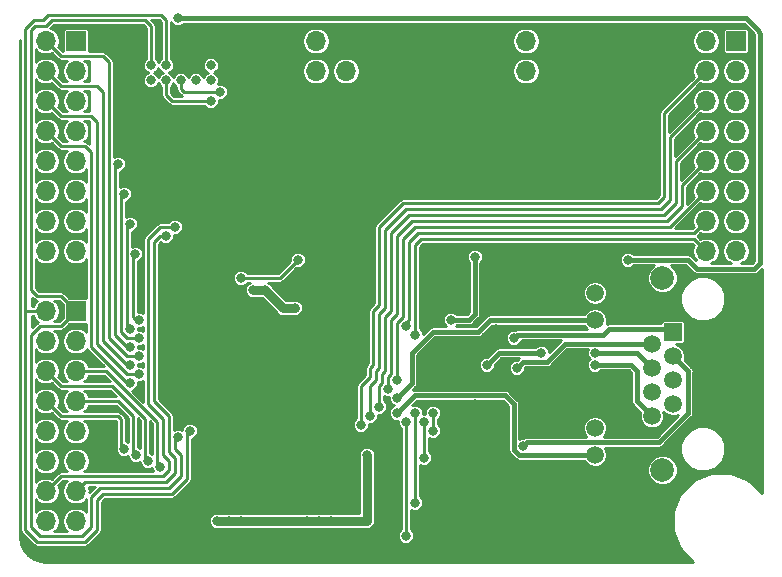
<source format=gbr>
G04 #@! TF.GenerationSoftware,KiCad,Pcbnew,(5.0.2)-1*
G04 #@! TF.CreationDate,2020-01-13T13:35:34-06:00*
G04 #@! TF.ProjectId,TM4C129-Breakout_Hardware,544d3443-3132-4392-9d42-7265616b6f75,rev?*
G04 #@! TF.SameCoordinates,Original*
G04 #@! TF.FileFunction,Copper,L2,Bot*
G04 #@! TF.FilePolarity,Positive*
%FSLAX46Y46*%
G04 Gerber Fmt 4.6, Leading zero omitted, Abs format (unit mm)*
G04 Created by KiCad (PCBNEW (5.0.2)-1) date 1/13/2020 1:35:34 PM*
%MOMM*%
%LPD*%
G01*
G04 APERTURE LIST*
G04 #@! TA.AperFunction,ComponentPad*
%ADD10R,1.700000X1.700000*%
G04 #@! TD*
G04 #@! TA.AperFunction,ComponentPad*
%ADD11O,1.700000X1.700000*%
G04 #@! TD*
G04 #@! TA.AperFunction,ComponentPad*
%ADD12C,1.500000*%
G04 #@! TD*
G04 #@! TA.AperFunction,ComponentPad*
%ADD13C,2.000000*%
G04 #@! TD*
G04 #@! TA.AperFunction,ComponentPad*
%ADD14R,1.500000X1.500000*%
G04 #@! TD*
G04 #@! TA.AperFunction,ComponentPad*
%ADD15C,0.800000*%
G04 #@! TD*
G04 #@! TA.AperFunction,ViaPad*
%ADD16C,0.800000*%
G04 #@! TD*
G04 #@! TA.AperFunction,Conductor*
%ADD17C,0.762000*%
G04 #@! TD*
G04 #@! TA.AperFunction,Conductor*
%ADD18C,0.381000*%
G04 #@! TD*
G04 #@! TA.AperFunction,Conductor*
%ADD19C,0.228600*%
G04 #@! TD*
G04 #@! TA.AperFunction,Conductor*
%ADD20C,0.254000*%
G04 #@! TD*
G04 #@! TA.AperFunction,NonConductor*
%ADD21C,0.254000*%
G04 #@! TD*
G04 APERTURE END LIST*
D10*
G04 #@! TO.P,J4,1*
G04 #@! TO.N,T2_A*
X58420000Y0D03*
D11*
G04 #@! TO.P,J4,2*
G04 #@! TO.N,Net-(J4-Pad2)*
X55880000Y0D03*
G04 #@! TO.P,J4,3*
G04 #@! TO.N,T2_B*
X58420000Y-2540000D03*
G04 #@! TO.P,J4,4*
G04 #@! TO.N,PWM1*
X55880000Y-2540000D03*
G04 #@! TO.P,J4,5*
G04 #@! TO.N,T3_A*
X58420000Y-5080000D03*
G04 #@! TO.P,J4,6*
G04 #@! TO.N,PWM2*
X55880000Y-5080000D03*
G04 #@! TO.P,J4,7*
G04 #@! TO.N,T3_B*
X58420000Y-7620000D03*
G04 #@! TO.P,J4,8*
G04 #@! TO.N,PWM3*
X55880000Y-7620000D03*
G04 #@! TO.P,J4,9*
G04 #@! TO.N,T4_A*
X58420000Y-10160000D03*
G04 #@! TO.P,J4,10*
G04 #@! TO.N,PWM4*
X55880000Y-10160000D03*
G04 #@! TO.P,J4,11*
G04 #@! TO.N,T4_B*
X58420000Y-12700000D03*
G04 #@! TO.P,J4,12*
G04 #@! TO.N,PWM5*
X55880000Y-12700000D03*
G04 #@! TO.P,J4,13*
G04 #@! TO.N,T5_A*
X58420000Y-15240000D03*
G04 #@! TO.P,J4,14*
G04 #@! TO.N,PWM6*
X55880000Y-15240000D03*
G04 #@! TO.P,J4,15*
G04 #@! TO.N,T5_B*
X58420000Y-17780000D03*
G04 #@! TO.P,J4,16*
G04 #@! TO.N,PWM7*
X55880000Y-17780000D03*
G04 #@! TD*
D12*
G04 #@! TO.P,J1,12*
G04 #@! TO.N,Ethernet_Link*
X46488000Y-35054000D03*
G04 #@! TO.P,J1,11*
G04 #@! TO.N,Net-(J1-Pad11)*
X46488000Y-32764000D03*
G04 #@! TO.P,J1,10*
G04 #@! TO.N,Ethernet_Activity*
X46488000Y-23624000D03*
G04 #@! TO.P,J1,9*
G04 #@! TO.N,Net-(J1-Pad9)*
X46488000Y-21334000D03*
D13*
G04 #@! TO.P,J1,SH*
G04 #@! TO.N,N/C*
X52198000Y-20064000D03*
X52198000Y-36324000D03*
D12*
G04 #@! TO.P,J1,8*
G04 #@! TO.N,Net-(J1-Pad7)*
X51308000Y-31774000D03*
G04 #@! TO.P,J1,6*
G04 #@! TO.N,Net-(J1-Pad6)*
X51308000Y-29734000D03*
G04 #@! TO.P,J1,4*
G04 #@! TO.N,Net-(J1-Pad4)*
X51308000Y-27694000D03*
G04 #@! TO.P,J1,2*
G04 #@! TO.N,Net-(J1-Pad2)*
X51308000Y-25654000D03*
G04 #@! TO.P,J1,7*
G04 #@! TO.N,Net-(J1-Pad7)*
X53088000Y-30754000D03*
G04 #@! TO.P,J1,5*
G04 #@! TO.N,Net-(J1-Pad4)*
X53088000Y-28714000D03*
G04 #@! TO.P,J1,3*
G04 #@! TO.N,Net-(J1-Pad3)*
X53088000Y-26674000D03*
D14*
G04 #@! TO.P,J1,1*
G04 #@! TO.N,Net-(J1-Pad1)*
X53088000Y-24634000D03*
G04 #@! TD*
D10*
G04 #@! TO.P,J2,1*
G04 #@! TO.N,A8*
X2540000Y0D03*
D11*
G04 #@! TO.P,J2,2*
G04 #@! TO.N,A0*
X0Y0D03*
G04 #@! TO.P,J2,3*
G04 #@! TO.N,A9*
X2540000Y-2540000D03*
G04 #@! TO.P,J2,4*
G04 #@! TO.N,A1*
X0Y-2540000D03*
G04 #@! TO.P,J2,5*
G04 #@! TO.N,A10*
X2540000Y-5080000D03*
G04 #@! TO.P,J2,6*
G04 #@! TO.N,A2*
X0Y-5080000D03*
G04 #@! TO.P,J2,7*
G04 #@! TO.N,A11*
X2540000Y-7620000D03*
G04 #@! TO.P,J2,8*
G04 #@! TO.N,A3*
X0Y-7620000D03*
G04 #@! TO.P,J2,9*
G04 #@! TO.N,A12*
X2540000Y-10160000D03*
G04 #@! TO.P,J2,10*
G04 #@! TO.N,A4*
X0Y-10160000D03*
G04 #@! TO.P,J2,11*
G04 #@! TO.N,A13*
X2540000Y-12700000D03*
G04 #@! TO.P,J2,12*
G04 #@! TO.N,A5*
X0Y-12700000D03*
G04 #@! TO.P,J2,13*
G04 #@! TO.N,A14*
X2540000Y-15240000D03*
G04 #@! TO.P,J2,14*
G04 #@! TO.N,A6*
X0Y-15240000D03*
G04 #@! TO.P,J2,15*
G04 #@! TO.N,A15*
X2540000Y-17780000D03*
G04 #@! TO.P,J2,16*
G04 #@! TO.N,A7*
X0Y-17780000D03*
G04 #@! TD*
D15*
G04 #@! TO.P,Conn1,10*
G04 #@! TO.N,~RST*
X8890000Y-3312000D03*
G04 #@! TO.P,Conn1,9*
G04 #@! TO.N,TX0*
X8890000Y-2042000D03*
G04 #@! TO.P,Conn1,8*
G04 #@! TO.N,TDI*
X10160000Y-3312000D03*
G04 #@! TO.P,Conn1,7*
G04 #@! TO.N,RX0*
X10160000Y-2042000D03*
G04 #@! TO.P,Conn1,6*
G04 #@! TO.N,TDO*
X11430000Y-3312000D03*
G04 #@! TO.P,Conn1,5*
G04 #@! TO.N,GND*
X11430000Y-2042000D03*
G04 #@! TO.P,Conn1,4*
G04 #@! TO.N,TCK*
X12700000Y-3312000D03*
G04 #@! TO.P,Conn1,3*
G04 #@! TO.N,GND*
X12700000Y-2042000D03*
G04 #@! TO.P,Conn1,2*
G04 #@! TO.N,TMS*
X13970000Y-3312000D03*
G04 #@! TO.P,Conn1,1*
G04 #@! TO.N,+3V3*
X13970000Y-2042000D03*
G04 #@! TD*
D11*
G04 #@! TO.P,J3,16*
G04 #@! TO.N,RX7*
X0Y-40640000D03*
G04 #@! TO.P,J3,15*
G04 #@! TO.N,TX7*
X2540000Y-40640000D03*
G04 #@! TO.P,J3,14*
G04 #@! TO.N,RX6*
X0Y-38100000D03*
G04 #@! TO.P,J3,13*
G04 #@! TO.N,TX6*
X2540000Y-38100000D03*
G04 #@! TO.P,J3,12*
G04 #@! TO.N,RX5*
X0Y-35560000D03*
G04 #@! TO.P,J3,11*
G04 #@! TO.N,TX5*
X2540000Y-35560000D03*
G04 #@! TO.P,J3,10*
G04 #@! TO.N,RX4*
X0Y-33020000D03*
G04 #@! TO.P,J3,9*
G04 #@! TO.N,TX4*
X2540000Y-33020000D03*
G04 #@! TO.P,J3,8*
G04 #@! TO.N,RX3*
X0Y-30480000D03*
G04 #@! TO.P,J3,7*
G04 #@! TO.N,TX3*
X2540000Y-30480000D03*
G04 #@! TO.P,J3,6*
G04 #@! TO.N,RX2*
X0Y-27940000D03*
G04 #@! TO.P,J3,5*
G04 #@! TO.N,TX2*
X2540000Y-27940000D03*
G04 #@! TO.P,J3,4*
G04 #@! TO.N,RX1*
X0Y-25400000D03*
G04 #@! TO.P,J3,3*
G04 #@! TO.N,TX1*
X2540000Y-25400000D03*
G04 #@! TO.P,J3,2*
G04 #@! TO.N,RX0*
X0Y-22860000D03*
D10*
G04 #@! TO.P,J3,1*
G04 #@! TO.N,TX0*
X2540000Y-22860000D03*
G04 #@! TD*
D11*
G04 #@! TO.P,J5,4*
G04 #@! TO.N,SDA0*
X22860000Y-2540000D03*
G04 #@! TO.P,J5,3*
G04 #@! TO.N,SCL0*
X25400000Y-2540000D03*
G04 #@! TO.P,J5,2*
G04 #@! TO.N,+3V3*
X22860000Y0D03*
D10*
G04 #@! TO.P,J5,1*
G04 #@! TO.N,GND*
X25400000Y0D03*
G04 #@! TD*
G04 #@! TO.P,J6,1*
G04 #@! TO.N,GND*
X43180000Y0D03*
D11*
G04 #@! TO.P,J6,2*
G04 #@! TO.N,+3V3*
X40640000Y0D03*
G04 #@! TO.P,J6,3*
G04 #@! TO.N,GND*
X43180000Y-2540000D03*
G04 #@! TO.P,J6,4*
G04 #@! TO.N,+3V3*
X40640000Y-2540000D03*
G04 #@! TD*
D16*
G04 #@! TO.N,GND*
X21590000Y-24892000D03*
X16510000Y-24892000D03*
X23368000Y-22860000D03*
X24384000Y-22098000D03*
X14986000Y-23622000D03*
X21336000Y-20066000D03*
X16510000Y-18542000D03*
X14224000Y-32766000D03*
X46482000Y-17526000D03*
X40894000Y-19050000D03*
X41910000Y-32766000D03*
X11176000Y508000D03*
X15494000Y-1016000D03*
X16764000Y-1016000D03*
X16763998Y-2794000D03*
X15494000Y-2794000D03*
X16763998Y-4572000D03*
X7366000Y1016000D03*
X6096000Y1016000D03*
X6096000Y-4572000D03*
X7366000Y-4572000D03*
X6096000Y-5842000D03*
X7366000Y-5842000D03*
X30480000Y0D03*
X33020000Y0D03*
X35560000Y0D03*
X35560000Y-2540000D03*
X33020000Y-2540000D03*
X30480000Y-2540000D03*
X11176000Y-39624000D03*
X11176000Y-41656000D03*
X19558000Y-43180000D03*
X22860000Y-43180000D03*
X9906000Y-40640000D03*
X33020000Y-42926000D03*
X48768000Y-40640000D03*
X50038000Y-40640000D03*
X38100000Y-24384000D03*
X36322000Y-30734000D03*
X42926000Y-19050000D03*
X51816000Y-17526000D03*
X53086000Y-17526000D03*
X30480000Y-9906000D03*
X31496000Y-9906000D03*
X27178000Y-13208000D03*
X10160000Y-8128000D03*
X10160000Y-6858000D03*
X10160000Y-5588000D03*
X33528000Y-32258000D03*
G04 #@! TO.N,+3V3*
X27178000Y-40640000D03*
X15494000Y-40640000D03*
X36322000Y-18288000D03*
X34290000Y-23622000D03*
X20066000Y-22606000D03*
X18542000Y-21082000D03*
X21082000Y-22606000D03*
X17526000Y-21082000D03*
X23114000Y-40640000D03*
X22098000Y-40640000D03*
X24130000Y-40640000D03*
X14478000Y-40640000D03*
X16510000Y-40640000D03*
X27178000Y-35052000D03*
G04 #@! TO.N,Net-(C8-Pad2)*
X41938000Y-26416000D03*
X37338000Y-27432000D03*
G04 #@! TO.N,Net-(C11-Pad1)*
X16510000Y-20066000D03*
X21336000Y-18542000D03*
G04 #@! TO.N,TDO*
X14732000Y-4318000D03*
G04 #@! TO.N,RX0*
X12192000Y-33020000D03*
G04 #@! TO.N,TDI*
X13970000Y-5080000D03*
G04 #@! TO.N,TX0*
X11176000Y-33528000D03*
G04 #@! TO.N,Net-(J1-Pad1)*
X39624000Y-25146000D03*
G04 #@! TO.N,Net-(J1-Pad3)*
X40386000Y-34290000D03*
G04 #@! TO.N,Net-(J1-Pad4)*
X46482000Y-26416000D03*
G04 #@! TO.N,Net-(J1-Pad7)*
X46482000Y-27432000D03*
G04 #@! TO.N,Ethernet_Link*
X29718000Y-31496000D03*
G04 #@! TO.N,Ethernet_Activity*
X29718000Y-30226000D03*
G04 #@! TO.N,A0*
X7874000Y-26670000D03*
G04 #@! TO.N,A1*
X7112000Y-27432000D03*
G04 #@! TO.N,A2*
X7874000Y-28194000D03*
G04 #@! TO.N,A3*
X7112000Y-28956000D03*
X7112000Y-28956000D03*
G04 #@! TO.N,A12*
X7112000Y-25908000D03*
X6096000Y-10414000D03*
G04 #@! TO.N,A13*
X7874000Y-25146000D03*
X6604000Y-12954000D03*
G04 #@! TO.N,A14*
X7112000Y-24384000D03*
X7112000Y-15494000D03*
G04 #@! TO.N,A15*
X7874000Y-23622000D03*
X7524700Y-18034000D03*
G04 #@! TO.N,RX6*
X10922000Y-15748000D03*
G04 #@! TO.N,TX6*
X10161108Y-16508892D03*
G04 #@! TO.N,RX3*
X6604000Y-34544000D03*
G04 #@! TO.N,TX3*
X7620000Y-35052000D03*
G04 #@! TO.N,RX2*
X8636000Y-35560000D03*
G04 #@! TO.N,TX2*
X9652000Y-36068000D03*
G04 #@! TO.N,PWM1*
X26670000Y-32512000D03*
G04 #@! TO.N,PWM2*
X27432000Y-31750000D03*
G04 #@! TO.N,PWM3*
X28194000Y-30988000D03*
G04 #@! TO.N,PWM4*
X28956000Y-29464000D03*
G04 #@! TO.N,PWM5*
X29718000Y-28702000D03*
G04 #@! TO.N,PWM6*
X30480000Y-24130000D03*
G04 #@! TO.N,PWM7*
X31242000Y-24892000D03*
G04 #@! TO.N,EN0RXI_N*
X30480000Y-41910000D03*
X30480000Y-32258000D03*
G04 #@! TO.N,EN0RXI_P*
X31242000Y-39116000D03*
X31242000Y-31496000D03*
G04 #@! TO.N,EN0TXO_N*
X32004000Y-35306000D03*
X32004000Y-32258000D03*
G04 #@! TO.N,EN0TXO_P*
X32766000Y-33020000D03*
X32766000Y-31496000D03*
G04 #@! TO.N,~RST*
X11176000Y1912600D03*
X49276000Y-18542000D03*
G04 #@! TO.N,Net-(J1-Pad2)*
X39878000Y-27686000D03*
G04 #@! TD*
D17*
G04 #@! TO.N,+3V3*
X15494000Y-40640000D02*
X27178000Y-40640000D01*
X18542000Y-21082000D02*
X20066000Y-22606000D01*
X20066000Y-22606000D02*
X21082000Y-22606000D01*
X18542000Y-21082000D02*
X17526000Y-21082000D01*
D18*
X36322000Y-23114000D02*
X35814000Y-23622000D01*
X36322000Y-18288000D02*
X36322000Y-23114000D01*
X34290000Y-23622000D02*
X35814000Y-23622000D01*
D17*
X15494000Y-40640000D02*
X14478000Y-40640000D01*
X27178000Y-35052000D02*
X27178000Y-40640000D01*
D18*
G04 #@! TO.N,Net-(C8-Pad2)*
X38354000Y-26416000D02*
X41938000Y-26416000D01*
X37338000Y-27432000D02*
X38354000Y-26416000D01*
D19*
G04 #@! TO.N,Net-(C11-Pad1)*
X19812000Y-20066000D02*
X21336000Y-18542000D01*
X16510000Y-20066000D02*
X19812000Y-20066000D01*
G04 #@! TO.N,TDO*
X11430000Y-3312000D02*
X11430000Y-4064000D01*
X11430000Y-4064000D02*
X11684000Y-4318000D01*
X11684000Y-4318000D02*
X14732000Y-4318000D01*
G04 #@! TO.N,RX0*
X12192000Y-33020000D02*
X11938000Y-33274000D01*
X11938000Y-33274000D02*
X11938000Y-33782000D01*
X11938000Y-33782000D02*
X11938000Y-34544000D01*
X9652000Y-38354000D02*
X9398000Y-38354000D01*
X4826000Y-38354000D02*
X9652000Y-38354000D01*
X4318000Y-38862000D02*
X4826000Y-38354000D01*
X-1778000Y-22860000D02*
X-1778000Y-41402000D01*
X0Y-22860000D02*
X-1778000Y-22860000D01*
X-1778000Y-41402000D02*
X-762000Y-42418000D01*
X-762000Y-42418000D02*
X3302000Y-42418000D01*
X3302000Y-42418000D02*
X4318000Y-41402000D01*
X4318000Y-41402000D02*
X4318000Y-38862000D01*
X11938000Y-34798000D02*
X11938000Y-33782000D01*
X11938000Y-37084000D02*
X11938000Y-34798000D01*
X9652000Y-38354000D02*
X10668000Y-38354000D01*
X10668000Y-38354000D02*
X11938000Y-37084000D01*
X-1778000Y1016000D02*
X-1778000Y-22860000D01*
X10160000Y1778000D02*
X9739710Y2198290D01*
X10160000Y-2042000D02*
X10160000Y1778000D01*
X9739710Y2198290D02*
X166290Y2198290D01*
X166290Y2198290D02*
X-254000Y1778000D01*
X-254000Y1778000D02*
X-1016000Y1778000D01*
X-1016000Y1778000D02*
X-1778000Y1016000D01*
G04 #@! TO.N,TDI*
X10160000Y-3312000D02*
X10160000Y-4572000D01*
X10160000Y-4572000D02*
X10668000Y-5080000D01*
X10668000Y-5080000D02*
X13970000Y-5080000D01*
G04 #@! TO.N,TX0*
X9398000Y-37846000D02*
X9652000Y-37846000D01*
X1690001Y-23709999D02*
X2540000Y-22860000D01*
X1270000Y-24130000D02*
X1690001Y-23709999D01*
X-508000Y-24130000D02*
X1270000Y-24130000D01*
X-1270000Y-24892000D02*
X-508000Y-24130000D01*
X-1270000Y-41148000D02*
X-1270000Y-24892000D01*
X9652000Y-37846000D02*
X4572000Y-37846000D01*
X4572000Y-37846000D02*
X3810000Y-38608000D01*
X3810000Y-38608000D02*
X3810000Y-41148000D01*
X3048000Y-41910000D02*
X-508000Y-41910000D01*
X3810000Y-41148000D02*
X3048000Y-41910000D01*
X-508000Y-41910000D02*
X-1270000Y-41148000D01*
X10414000Y-37846000D02*
X9906000Y-37846000D01*
X11430000Y-36830000D02*
X10414000Y-37846000D01*
X9906000Y-37846000D02*
X10160000Y-37846000D01*
X9652000Y-37846000D02*
X9906000Y-37846000D01*
X11176000Y-33528000D02*
X10922000Y-33782000D01*
X10922000Y-33782000D02*
X10922000Y-34544000D01*
X10922000Y-34544000D02*
X11430000Y-35052000D01*
X11430000Y-35052000D02*
X11430000Y-36830000D01*
X8890000Y1270000D02*
X8890000Y-2042000D01*
X8382000Y1778000D02*
X8890000Y1270000D01*
X508000Y1778000D02*
X8382000Y1778000D01*
X0Y1270000D02*
X508000Y1778000D01*
X1270000Y-21590000D02*
X-762000Y-21590000D01*
X2540000Y-22860000D02*
X1270000Y-21590000D01*
X-762000Y-21590000D02*
X-1270000Y-21082000D01*
X-1270000Y-21082000D02*
X-1270000Y910062D01*
X-1270000Y910062D02*
X-910062Y1270000D01*
X-910062Y1270000D02*
X0Y1270000D01*
D18*
G04 #@! TO.N,Net-(J1-Pad1)*
X39878000Y-24892000D02*
X39624000Y-25146000D01*
X47167099Y-24892000D02*
X39878000Y-24892000D01*
X47675099Y-24384000D02*
X47167099Y-24892000D01*
X52324000Y-24384000D02*
X47675099Y-24384000D01*
X52574000Y-24634000D02*
X52324000Y-24384000D01*
X53088000Y-24634000D02*
X52574000Y-24634000D01*
G04 #@! TO.N,Net-(J1-Pad3)*
X54356000Y-27942000D02*
X53088000Y-26674000D01*
X54356000Y-29718000D02*
X54356000Y-27942000D01*
X54356000Y-31103494D02*
X54356000Y-29718000D01*
X54356000Y-31496000D02*
X54356000Y-29718000D01*
X51890901Y-33961099D02*
X54356000Y-31496000D01*
X40386000Y-34290000D02*
X40714901Y-33961099D01*
X40714901Y-33961099D02*
X51890901Y-33961099D01*
G04 #@! TO.N,Net-(J1-Pad4)*
X50030000Y-26416000D02*
X51308000Y-27694000D01*
X50030000Y-26416000D02*
X46482000Y-26416000D01*
G04 #@! TO.N,Net-(J1-Pad7)*
X51308000Y-31774000D02*
X50038000Y-30504000D01*
X50038000Y-30504000D02*
X50038000Y-27940000D01*
X50038000Y-27940000D02*
X49530000Y-27432000D01*
X49530000Y-27432000D02*
X46482000Y-27432000D01*
G04 #@! TO.N,Ethernet_Link*
X40386000Y-35054000D02*
X46488000Y-35054000D01*
X31222901Y-29991099D02*
X38881099Y-29991099D01*
X29718000Y-31496000D02*
X31222901Y-29991099D01*
X38881099Y-29991099D02*
X39624000Y-30734000D01*
X39624000Y-34627494D02*
X40050506Y-35054000D01*
X39624000Y-30734000D02*
X39624000Y-34627494D01*
X40050506Y-35054000D02*
X40386000Y-35054000D01*
G04 #@! TO.N,Ethernet_Activity*
X46488000Y-23624000D02*
X37590000Y-23624000D01*
X37590000Y-23624000D02*
X36576000Y-24638000D01*
X36576000Y-24638000D02*
X32766000Y-24638000D01*
X32766000Y-24638000D02*
X30988000Y-26416000D01*
X30988000Y-28956000D02*
X30988000Y-27940000D01*
X29718000Y-30226000D02*
X30988000Y-28956000D01*
X30988000Y-26416000D02*
X30988000Y-27940000D01*
D19*
G04 #@! TO.N,A0*
X7874000Y-26670000D02*
X6858000Y-26670000D01*
X6858000Y-26670000D02*
X5334000Y-25146000D01*
X5334000Y-25146000D02*
X5334000Y-24384000D01*
X5334000Y-24384000D02*
X5334000Y-24130000D01*
X5334000Y-24130000D02*
X5334000Y-23114000D01*
X0Y0D02*
X1016000Y-1016000D01*
X1016000Y-1016000D02*
X1270000Y-1270000D01*
X1270000Y-1270000D02*
X2794000Y-1270000D01*
X2794000Y-1270000D02*
X4826000Y-1270000D01*
X4826000Y-1270000D02*
X5334000Y-1778000D01*
X5334000Y-1778000D02*
X5334000Y-10414000D01*
X5334000Y-10414000D02*
X5334000Y-11430000D01*
X5334000Y-18796000D02*
X5334000Y-24130000D01*
X5334000Y-18796000D02*
X5334000Y-19050000D01*
X5334000Y-11430000D02*
X5334000Y-18796000D01*
G04 #@! TO.N,A1*
X4826000Y-25400000D02*
X4826000Y-24384000D01*
X7112000Y-27432000D02*
X6858000Y-27432000D01*
X6858000Y-27432000D02*
X4826000Y-25400000D01*
X4826000Y-24384000D02*
X4826000Y-24130000D01*
X0Y-2540000D02*
X849999Y-3389999D01*
X849999Y-3389999D02*
X1270000Y-3810000D01*
X1270000Y-3810000D02*
X4318000Y-3810000D01*
X4318000Y-3810000D02*
X4826000Y-4318000D01*
X4826000Y-4318000D02*
X4826000Y-9398000D01*
X4826000Y-9398000D02*
X4826000Y-10414000D01*
X4826000Y-10414000D02*
X4826000Y-10668000D01*
X4826000Y-19304000D02*
X4826000Y-23622000D01*
X4826000Y-18796000D02*
X4826000Y-19304000D01*
X4826000Y-23622000D02*
X4826000Y-23114000D01*
X4826000Y-24130000D02*
X4826000Y-23622000D01*
X4826000Y-18796000D02*
X4826000Y-19050000D01*
X4826000Y-10668000D02*
X4826000Y-18796000D01*
G04 #@! TO.N,A2*
X7874000Y-28194000D02*
X6858000Y-28194000D01*
X6858000Y-28194000D02*
X4318000Y-25654000D01*
X4318000Y-25654000D02*
X4318000Y-24384000D01*
X4318000Y-24384000D02*
X4318000Y-24130000D01*
X849999Y-5929999D02*
X0Y-5080000D01*
X1270000Y-6350000D02*
X849999Y-5929999D01*
X3810000Y-6350000D02*
X1270000Y-6350000D01*
X4318000Y-6858000D02*
X3810000Y-6350000D01*
X4318000Y-6858000D02*
X4318000Y-10414000D01*
X4318000Y-18542000D02*
X4318000Y-23622000D01*
X4318000Y-23622000D02*
X4318000Y-23114000D01*
X4318000Y-24130000D02*
X4318000Y-23622000D01*
X4318000Y-18542000D02*
X4318000Y-19050000D01*
X4318000Y-10414000D02*
X4318000Y-18542000D01*
G04 #@! TO.N,A3*
X6858000Y-28956000D02*
X7112000Y-28956000D01*
X3810000Y-25908000D02*
X6858000Y-28956000D01*
X1270000Y-8890000D02*
X0Y-7620000D01*
X3302000Y-8890000D02*
X1270000Y-8890000D01*
X3810000Y-9398000D02*
X3302000Y-8890000D01*
X3810000Y-23368000D02*
X3810000Y-9398000D01*
X3810000Y-23368000D02*
X3810000Y-25908000D01*
X3810000Y-23114000D02*
X3810000Y-23368000D01*
G04 #@! TO.N,A12*
X6858000Y-25908000D02*
X7112000Y-25908000D01*
X5842000Y-24892000D02*
X6858000Y-25908000D01*
X5842000Y-24384000D02*
X5842000Y-24892000D01*
X5842000Y-24384000D02*
X5842000Y-24130000D01*
X5842000Y-20828000D02*
X5842000Y-23622000D01*
X5842000Y-10668000D02*
X5842000Y-20828000D01*
X6096000Y-10414000D02*
X5842000Y-10668000D01*
X5842000Y-24130000D02*
X5842000Y-23622000D01*
X5842000Y-23622000D02*
X5842000Y-23114000D01*
G04 #@! TO.N,A13*
X7874000Y-25146000D02*
X6858000Y-25146000D01*
X6858000Y-25146000D02*
X6350000Y-24638000D01*
X6350000Y-24638000D02*
X6350000Y-24130000D01*
X6350000Y-24130000D02*
X6350000Y-23368000D01*
X6350000Y-23368000D02*
X6350000Y-23114000D01*
X6604000Y-12954000D02*
X6350000Y-13208000D01*
X6350000Y-13208000D02*
X6350000Y-13716000D01*
X6350000Y-18796000D02*
X6350000Y-23368000D01*
X6350000Y-18796000D02*
X6350000Y-19050000D01*
X6350000Y-13716000D02*
X6350000Y-18796000D01*
G04 #@! TO.N,A14*
X7112000Y-24384000D02*
X6858000Y-24130000D01*
X6858000Y-24130000D02*
X6858000Y-23876000D01*
X7112000Y-15494000D02*
X6858000Y-15748000D01*
X6858000Y-15748000D02*
X6858000Y-16002000D01*
X6858000Y-16002000D02*
X6858000Y-16510000D01*
X6858000Y-23368000D02*
X6858000Y-23114000D01*
X6858000Y-23876000D02*
X6858000Y-23368000D01*
X6858000Y-18542000D02*
X6858000Y-19050000D01*
X6858000Y-16510000D02*
X6858000Y-18542000D01*
X6858000Y-18542000D02*
X6858000Y-23368000D01*
G04 #@! TO.N,A15*
X7874000Y-23622000D02*
X7620000Y-23622000D01*
X7620000Y-23622000D02*
X7366000Y-23368000D01*
X7366000Y-23368000D02*
X7366000Y-23114000D01*
X7524700Y-18034000D02*
X7366000Y-18192700D01*
X7366000Y-18796000D02*
X7366000Y-19050000D01*
X7366000Y-18192700D02*
X7366000Y-18796000D01*
X7366000Y-18796000D02*
X7366000Y-23368000D01*
G04 #@! TO.N,RX6*
X0Y-38100000D02*
X1270000Y-36830000D01*
X8382000Y-36830000D02*
X9652000Y-36830000D01*
X1270000Y-36830000D02*
X8382000Y-36830000D01*
X9652000Y-15748000D02*
X10922000Y-15748000D01*
X8636000Y-16764000D02*
X9652000Y-15748000D01*
X8636000Y-30734000D02*
X8636000Y-16764000D01*
X10414000Y-35560000D02*
X9906000Y-35052000D01*
X9906000Y-35052000D02*
X9906000Y-32004000D01*
X9906000Y-32004000D02*
X8636000Y-30734000D01*
X9906000Y-36830000D02*
X10414000Y-36322000D01*
X10414000Y-36322000D02*
X10414000Y-35560000D01*
X8382000Y-36830000D02*
X9906000Y-36830000D01*
G04 #@! TO.N,TX6*
X3302000Y-37338000D02*
X2540000Y-38100000D01*
X9144000Y-37338000D02*
X3302000Y-37338000D01*
X9906000Y-37338000D02*
X9144000Y-37338000D01*
X9653108Y-16508892D02*
X9144000Y-17018000D01*
X10161108Y-16508892D02*
X9653108Y-16508892D01*
X10190829Y-37338000D02*
X9144000Y-37338000D01*
X10922000Y-35306000D02*
X10922000Y-36606829D01*
X9144000Y-17018000D02*
X9144000Y-30480000D01*
X9144000Y-30480000D02*
X10414000Y-31750000D01*
X10922000Y-36606829D02*
X10190829Y-37338000D01*
X10414000Y-31750000D02*
X10414000Y-34798000D01*
X10414000Y-34798000D02*
X10922000Y-35306000D01*
G04 #@! TO.N,RX3*
X6350000Y-34290000D02*
X6604000Y-34544000D01*
X6350000Y-32004000D02*
X6350000Y-34290000D01*
X6096000Y-31750000D02*
X6350000Y-32004000D01*
X0Y-30480000D02*
X1270000Y-31750000D01*
X1270000Y-31750000D02*
X6096000Y-31750000D01*
G04 #@! TO.N,TX3*
X7366000Y-34798000D02*
X7620000Y-35052000D01*
X7366000Y-31750000D02*
X7366000Y-34798000D01*
X2540000Y-30480000D02*
X6096000Y-30480000D01*
X6096000Y-30480000D02*
X7366000Y-31750000D01*
G04 #@! TO.N,RX2*
X8382000Y-35306000D02*
X8636000Y-35560000D01*
X8382000Y-32004000D02*
X8382000Y-35306000D01*
X5588000Y-29210000D02*
X8382000Y-32004000D01*
X0Y-27940000D02*
X1270000Y-29210000D01*
X1270000Y-29210000D02*
X5588000Y-29210000D01*
G04 #@! TO.N,TX2*
X9398000Y-35814000D02*
X9652000Y-36068000D01*
X9398000Y-32258000D02*
X9398000Y-35814000D01*
X2540000Y-27940000D02*
X5080000Y-27940000D01*
X5080000Y-27940000D02*
X9398000Y-32258000D01*
G04 #@! TO.N,PWM1*
X27686000Y-27432000D02*
X27686000Y-22860000D01*
X27432000Y-28448000D02*
X27432000Y-27686000D01*
X26670000Y-29210000D02*
X27432000Y-28448000D01*
X27432000Y-27686000D02*
X27686000Y-27432000D01*
X27686000Y-22860000D02*
X27940000Y-22606000D01*
X26670000Y-32512000D02*
X26670000Y-29210000D01*
X27940000Y-22606000D02*
X28194000Y-22352000D01*
X28194000Y-22098000D02*
X28194000Y-21844000D01*
X28194000Y-22352000D02*
X28194000Y-22098000D01*
X28194000Y-15748000D02*
X28194000Y-22098000D01*
X30226000Y-13716000D02*
X28194000Y-15748000D01*
X50292000Y-13716000D02*
X30226000Y-13716000D01*
X52324000Y-6096000D02*
X52324000Y-13208000D01*
X55880000Y-2540000D02*
X52324000Y-6096000D01*
X52324000Y-13208000D02*
X51816000Y-13716000D01*
X51816000Y-13716000D02*
X50292000Y-13716000D01*
G04 #@! TO.N,PWM2*
X27940000Y-28702000D02*
X27432000Y-29210000D01*
X28702000Y-22606000D02*
X28194000Y-23114000D01*
X27432000Y-29210000D02*
X27432000Y-31750000D01*
X55880000Y-5080000D02*
X52832000Y-8128000D01*
X27940000Y-27940000D02*
X27940000Y-28702000D01*
X52832000Y-8128000D02*
X52832000Y-13462000D01*
X52832000Y-13462000D02*
X52070000Y-14224000D01*
X28194000Y-27686000D02*
X27940000Y-27940000D01*
X30480000Y-14224000D02*
X28702000Y-16002000D01*
X28194000Y-23114000D02*
X28194000Y-27686000D01*
X28702000Y-16002000D02*
X28702000Y-22606000D01*
X49784000Y-14224000D02*
X52070000Y-14224000D01*
X49784000Y-14224000D02*
X30480000Y-14224000D01*
X50546000Y-14224000D02*
X49784000Y-14224000D01*
G04 #@! TO.N,PWM3*
X28194000Y-29210000D02*
X28194000Y-30988000D01*
X28448000Y-28194000D02*
X28448000Y-28956000D01*
X28702000Y-23368000D02*
X28702000Y-27940000D01*
X28702000Y-27940000D02*
X28448000Y-28194000D01*
X29210000Y-22860000D02*
X28702000Y-23368000D01*
X55880000Y-7620000D02*
X53340000Y-10160000D01*
X53340000Y-10160000D02*
X53340000Y-13716000D01*
X30734000Y-14732000D02*
X29210000Y-16256000D01*
X28448000Y-28956000D02*
X28194000Y-29210000D01*
X53340000Y-13716000D02*
X52324000Y-14732000D01*
X29210000Y-16256000D02*
X29210000Y-22860000D01*
X50546000Y-14732000D02*
X52324000Y-14732000D01*
X50546000Y-14732000D02*
X30734000Y-14732000D01*
X50800000Y-14732000D02*
X50546000Y-14732000D01*
G04 #@! TO.N,PWM4*
X28956000Y-28448000D02*
X28956000Y-29464000D01*
X55880000Y-10160000D02*
X53848000Y-12192000D01*
X29210000Y-28194000D02*
X28956000Y-28448000D01*
X53848000Y-13970000D02*
X52578000Y-15240000D01*
X29718000Y-23114000D02*
X29210000Y-23622000D01*
X53848000Y-12192000D02*
X53848000Y-13970000D01*
X30988000Y-15240000D02*
X29718000Y-16510000D01*
X29210000Y-23622000D02*
X29210000Y-28194000D01*
X29718000Y-16510000D02*
X29718000Y-23114000D01*
X50800000Y-15240000D02*
X52578000Y-15240000D01*
X50800000Y-15240000D02*
X30988000Y-15240000D01*
X51054000Y-15240000D02*
X50800000Y-15240000D01*
G04 #@! TO.N,PWM5*
X30226000Y-23368000D02*
X30226000Y-23114000D01*
X29718000Y-23876000D02*
X30226000Y-23368000D01*
X29718000Y-28702000D02*
X29718000Y-23876000D01*
X52832000Y-15748000D02*
X55880000Y-12700000D01*
X31242000Y-15748000D02*
X52832000Y-15748000D01*
X30226000Y-23368000D02*
X30226000Y-16764000D01*
X30226000Y-16764000D02*
X31242000Y-15748000D01*
G04 #@! TO.N,PWM6*
X30480000Y-24130000D02*
X30480000Y-23876000D01*
X30480000Y-23876000D02*
X30734000Y-23622000D01*
X30734000Y-23368000D02*
X30734000Y-23114000D01*
X30734000Y-23622000D02*
X30734000Y-23368000D01*
X30734000Y-17018000D02*
X30734000Y-23368000D01*
X31496000Y-16256000D02*
X30734000Y-17018000D01*
X55880000Y-15240000D02*
X54864000Y-16256000D01*
X53086000Y-16256000D02*
X54864000Y-16256000D01*
X53086000Y-16256000D02*
X31496000Y-16256000D01*
X53340000Y-16256000D02*
X53086000Y-16256000D01*
G04 #@! TO.N,PWM7*
X54864000Y-16764000D02*
X55880000Y-17780000D01*
X31750000Y-16764000D02*
X54864000Y-16764000D01*
X31242000Y-24892000D02*
X31242000Y-17272000D01*
X31242000Y-17272000D02*
X31750000Y-16764000D01*
G04 #@! TO.N,EN0RXI_N*
X30480000Y-34798000D02*
X30480000Y-32766000D01*
X30480000Y-34798000D02*
X30480000Y-34544000D01*
X30480000Y-41910000D02*
X30480000Y-34798000D01*
X30480000Y-32512000D02*
X30480000Y-32766000D01*
X30480000Y-32258000D02*
X30480000Y-32512000D01*
G04 #@! TO.N,EN0RXI_P*
X31242000Y-39116000D02*
X31242000Y-32766000D01*
X31242000Y-32004000D02*
X31242000Y-32004000D01*
X31242000Y-32004000D02*
X31242000Y-31750000D01*
X31242000Y-32258000D02*
X31242000Y-31496000D01*
X31242000Y-32258000D02*
X31242000Y-32004000D01*
X31242000Y-32766000D02*
X31242000Y-32258000D01*
G04 #@! TO.N,EN0TXO_N*
X32004000Y-33274000D02*
X32004000Y-32258000D01*
X32004000Y-33274000D02*
X32004000Y-32766000D01*
X32004000Y-35306000D02*
X32004000Y-33274000D01*
G04 #@! TO.N,EN0TXO_P*
X32766000Y-32766000D02*
X32766000Y-32258000D01*
X32766000Y-32004000D02*
X32766000Y-31496000D01*
X32766000Y-32004000D02*
X32766000Y-31750000D01*
X32766000Y-32258000D02*
X32766000Y-32004000D01*
X32766000Y-32258000D02*
X32766000Y-33020000D01*
D18*
G04 #@! TO.N,~RST*
X59291083Y1912600D02*
X59308696Y1905304D01*
X11176000Y1912600D02*
X59291083Y1912600D01*
X60325304Y888696D02*
X60452000Y582822D01*
X59308696Y1905304D02*
X60325304Y888696D01*
X60452000Y582822D02*
X60452000Y-762000D01*
X60452000Y-762000D02*
X60452000Y-14973494D01*
X60452000Y-14973494D02*
X60452000Y-18796000D01*
X60452000Y-18796000D02*
X59944000Y-19304000D01*
X59944000Y-19304000D02*
X55118000Y-19304000D01*
X55118000Y-19304000D02*
X54535099Y-18721099D01*
X54535099Y-18721099D02*
X54356000Y-18542000D01*
X54356000Y-18542000D02*
X53594000Y-18542000D01*
X53594000Y-18542000D02*
X50038000Y-18542000D01*
X50038000Y-18542000D02*
X49276000Y-18542000D01*
G04 #@! TO.N,Net-(J1-Pad2)*
X43942000Y-25654000D02*
X51308000Y-25654000D01*
X42418000Y-27178000D02*
X43942000Y-25654000D01*
X40386000Y-27178000D02*
X42418000Y-27178000D01*
X39878000Y-27686000D02*
X40386000Y-27178000D01*
G04 #@! TD*
D20*
G04 #@! TO.N,GND*
G36*
X10600033Y1527751D02*
X10791151Y1336633D01*
X11040859Y1233200D01*
X11311141Y1233200D01*
X11560849Y1336633D01*
X11666916Y1442700D01*
X59106762Y1442700D01*
X59926943Y622518D01*
X59982100Y489356D01*
X59982101Y-715720D01*
X59982100Y-715725D01*
X59982101Y-14927214D01*
X59982100Y-14927219D01*
X59982101Y-18601360D01*
X59749362Y-18834100D01*
X58875293Y-18834100D01*
X59234252Y-18594252D01*
X59483871Y-18220670D01*
X59571526Y-17780000D01*
X59483871Y-17339330D01*
X59234252Y-16965748D01*
X58860670Y-16716129D01*
X58531235Y-16650600D01*
X58308765Y-16650600D01*
X57979330Y-16716129D01*
X57605748Y-16965748D01*
X57356129Y-17339330D01*
X57268474Y-17780000D01*
X57356129Y-18220670D01*
X57605748Y-18594252D01*
X57964707Y-18834100D01*
X56335293Y-18834100D01*
X56694252Y-18594252D01*
X56943871Y-18220670D01*
X57031526Y-17780000D01*
X56943871Y-17339330D01*
X56694252Y-16965748D01*
X56320670Y-16716129D01*
X55991235Y-16650600D01*
X55768765Y-16650600D01*
X55439330Y-16716129D01*
X55399511Y-16742735D01*
X55169809Y-16513034D01*
X55167782Y-16510000D01*
X55169809Y-16506966D01*
X55399511Y-16277265D01*
X55439330Y-16303871D01*
X55768765Y-16369400D01*
X55991235Y-16369400D01*
X56320670Y-16303871D01*
X56694252Y-16054252D01*
X56943871Y-15680670D01*
X57031526Y-15240000D01*
X57268474Y-15240000D01*
X57356129Y-15680670D01*
X57605748Y-16054252D01*
X57979330Y-16303871D01*
X58308765Y-16369400D01*
X58531235Y-16369400D01*
X58860670Y-16303871D01*
X59234252Y-16054252D01*
X59483871Y-15680670D01*
X59571526Y-15240000D01*
X59483871Y-14799330D01*
X59234252Y-14425748D01*
X58860670Y-14176129D01*
X58531235Y-14110600D01*
X58308765Y-14110600D01*
X57979330Y-14176129D01*
X57605748Y-14425748D01*
X57356129Y-14799330D01*
X57268474Y-15240000D01*
X57031526Y-15240000D01*
X56943871Y-14799330D01*
X56694252Y-14425748D01*
X56320670Y-14176129D01*
X55991235Y-14110600D01*
X55768765Y-14110600D01*
X55439330Y-14176129D01*
X55065748Y-14425748D01*
X54816129Y-14799330D01*
X54728474Y-15240000D01*
X54816129Y-15680670D01*
X54842735Y-15720489D01*
X54700925Y-15862300D01*
X53274475Y-15862300D01*
X55399511Y-13737265D01*
X55439330Y-13763871D01*
X55768765Y-13829400D01*
X55991235Y-13829400D01*
X56320670Y-13763871D01*
X56694252Y-13514252D01*
X56943871Y-13140670D01*
X57031526Y-12700000D01*
X57268474Y-12700000D01*
X57356129Y-13140670D01*
X57605748Y-13514252D01*
X57979330Y-13763871D01*
X58308765Y-13829400D01*
X58531235Y-13829400D01*
X58860670Y-13763871D01*
X59234252Y-13514252D01*
X59483871Y-13140670D01*
X59571526Y-12700000D01*
X59483871Y-12259330D01*
X59234252Y-11885748D01*
X58860670Y-11636129D01*
X58531235Y-11570600D01*
X58308765Y-11570600D01*
X57979330Y-11636129D01*
X57605748Y-11885748D01*
X57356129Y-12259330D01*
X57268474Y-12700000D01*
X57031526Y-12700000D01*
X56943871Y-12259330D01*
X56694252Y-11885748D01*
X56320670Y-11636129D01*
X55991235Y-11570600D01*
X55768765Y-11570600D01*
X55439330Y-11636129D01*
X55065748Y-11885748D01*
X54816129Y-12259330D01*
X54728474Y-12700000D01*
X54816129Y-13140670D01*
X54842735Y-13180489D01*
X54241700Y-13781524D01*
X54241700Y-12355075D01*
X55399511Y-11197265D01*
X55439330Y-11223871D01*
X55768765Y-11289400D01*
X55991235Y-11289400D01*
X56320670Y-11223871D01*
X56694252Y-10974252D01*
X56943871Y-10600670D01*
X57031526Y-10160000D01*
X57268474Y-10160000D01*
X57356129Y-10600670D01*
X57605748Y-10974252D01*
X57979330Y-11223871D01*
X58308765Y-11289400D01*
X58531235Y-11289400D01*
X58860670Y-11223871D01*
X59234252Y-10974252D01*
X59483871Y-10600670D01*
X59571526Y-10160000D01*
X59483871Y-9719330D01*
X59234252Y-9345748D01*
X58860670Y-9096129D01*
X58531235Y-9030600D01*
X58308765Y-9030600D01*
X57979330Y-9096129D01*
X57605748Y-9345748D01*
X57356129Y-9719330D01*
X57268474Y-10160000D01*
X57031526Y-10160000D01*
X56943871Y-9719330D01*
X56694252Y-9345748D01*
X56320670Y-9096129D01*
X55991235Y-9030600D01*
X55768765Y-9030600D01*
X55439330Y-9096129D01*
X55065748Y-9345748D01*
X54816129Y-9719330D01*
X54728474Y-10160000D01*
X54816129Y-10600670D01*
X54842735Y-10640489D01*
X53733700Y-11749525D01*
X53733700Y-10323075D01*
X55399511Y-8657265D01*
X55439330Y-8683871D01*
X55768765Y-8749400D01*
X55991235Y-8749400D01*
X56320670Y-8683871D01*
X56694252Y-8434252D01*
X56943871Y-8060670D01*
X57031526Y-7620000D01*
X57268474Y-7620000D01*
X57356129Y-8060670D01*
X57605748Y-8434252D01*
X57979330Y-8683871D01*
X58308765Y-8749400D01*
X58531235Y-8749400D01*
X58860670Y-8683871D01*
X59234252Y-8434252D01*
X59483871Y-8060670D01*
X59571526Y-7620000D01*
X59483871Y-7179330D01*
X59234252Y-6805748D01*
X58860670Y-6556129D01*
X58531235Y-6490600D01*
X58308765Y-6490600D01*
X57979330Y-6556129D01*
X57605748Y-6805748D01*
X57356129Y-7179330D01*
X57268474Y-7620000D01*
X57031526Y-7620000D01*
X56943871Y-7179330D01*
X56694252Y-6805748D01*
X56320670Y-6556129D01*
X55991235Y-6490600D01*
X55768765Y-6490600D01*
X55439330Y-6556129D01*
X55065748Y-6805748D01*
X54816129Y-7179330D01*
X54728474Y-7620000D01*
X54816129Y-8060670D01*
X54842735Y-8100489D01*
X53225700Y-9717525D01*
X53225700Y-8291075D01*
X55399511Y-6117265D01*
X55439330Y-6143871D01*
X55768765Y-6209400D01*
X55991235Y-6209400D01*
X56320670Y-6143871D01*
X56694252Y-5894252D01*
X56943871Y-5520670D01*
X57031526Y-5080000D01*
X57268474Y-5080000D01*
X57356129Y-5520670D01*
X57605748Y-5894252D01*
X57979330Y-6143871D01*
X58308765Y-6209400D01*
X58531235Y-6209400D01*
X58860670Y-6143871D01*
X59234252Y-5894252D01*
X59483871Y-5520670D01*
X59571526Y-5080000D01*
X59483871Y-4639330D01*
X59234252Y-4265748D01*
X58860670Y-4016129D01*
X58531235Y-3950600D01*
X58308765Y-3950600D01*
X57979330Y-4016129D01*
X57605748Y-4265748D01*
X57356129Y-4639330D01*
X57268474Y-5080000D01*
X57031526Y-5080000D01*
X56943871Y-4639330D01*
X56694252Y-4265748D01*
X56320670Y-4016129D01*
X55991235Y-3950600D01*
X55768765Y-3950600D01*
X55439330Y-4016129D01*
X55065748Y-4265748D01*
X54816129Y-4639330D01*
X54728474Y-5080000D01*
X54816129Y-5520670D01*
X54842735Y-5560489D01*
X52717700Y-7685525D01*
X52717700Y-6259075D01*
X55399511Y-3577265D01*
X55439330Y-3603871D01*
X55768765Y-3669400D01*
X55991235Y-3669400D01*
X56320670Y-3603871D01*
X56694252Y-3354252D01*
X56943871Y-2980670D01*
X57031526Y-2540000D01*
X57268474Y-2540000D01*
X57356129Y-2980670D01*
X57605748Y-3354252D01*
X57979330Y-3603871D01*
X58308765Y-3669400D01*
X58531235Y-3669400D01*
X58860670Y-3603871D01*
X59234252Y-3354252D01*
X59483871Y-2980670D01*
X59571526Y-2540000D01*
X59483871Y-2099330D01*
X59234252Y-1725748D01*
X58860670Y-1476129D01*
X58531235Y-1410600D01*
X58308765Y-1410600D01*
X57979330Y-1476129D01*
X57605748Y-1725748D01*
X57356129Y-2099330D01*
X57268474Y-2540000D01*
X57031526Y-2540000D01*
X56943871Y-2099330D01*
X56694252Y-1725748D01*
X56320670Y-1476129D01*
X55991235Y-1410600D01*
X55768765Y-1410600D01*
X55439330Y-1476129D01*
X55065748Y-1725748D01*
X54816129Y-2099330D01*
X54728474Y-2540000D01*
X54816129Y-2980670D01*
X54842735Y-3020489D01*
X52073034Y-5790191D01*
X52040158Y-5812158D01*
X51961421Y-5929998D01*
X51953143Y-5942387D01*
X51922587Y-6096000D01*
X51930300Y-6134775D01*
X51930301Y-13044923D01*
X51652925Y-13322300D01*
X30264776Y-13322300D01*
X30226000Y-13314587D01*
X30187224Y-13322300D01*
X30072386Y-13345143D01*
X29942158Y-13432158D01*
X29920193Y-13465031D01*
X27943034Y-15442191D01*
X27910158Y-15464158D01*
X27823144Y-15594386D01*
X27823143Y-15594387D01*
X27792587Y-15748000D01*
X27800300Y-15786775D01*
X27800301Y-21805219D01*
X27800300Y-21805224D01*
X27800300Y-22188924D01*
X27689030Y-22300194D01*
X27435031Y-22554194D01*
X27402159Y-22576158D01*
X27380195Y-22609030D01*
X27380194Y-22609031D01*
X27315143Y-22706387D01*
X27284587Y-22860000D01*
X27292301Y-22898780D01*
X27292300Y-27268924D01*
X27181031Y-27380194D01*
X27148159Y-27402158D01*
X27126194Y-27435031D01*
X27061143Y-27532387D01*
X27030587Y-27686000D01*
X27038301Y-27724780D01*
X27038300Y-28284925D01*
X26419032Y-28904193D01*
X26386159Y-28926158D01*
X26364195Y-28959030D01*
X26364194Y-28959031D01*
X26299143Y-29056387D01*
X26268587Y-29210000D01*
X26276301Y-29248780D01*
X26276300Y-31944884D01*
X26094033Y-32127151D01*
X25990600Y-32376859D01*
X25990600Y-32647141D01*
X26094033Y-32896849D01*
X26285151Y-33087967D01*
X26534859Y-33191400D01*
X26805141Y-33191400D01*
X27054849Y-33087967D01*
X27245967Y-32896849D01*
X27349400Y-32647141D01*
X27349400Y-32429400D01*
X27567141Y-32429400D01*
X27816849Y-32325967D01*
X28007967Y-32134849D01*
X28111400Y-31885141D01*
X28111400Y-31667400D01*
X28329141Y-31667400D01*
X28578849Y-31563967D01*
X28769967Y-31372849D01*
X28873400Y-31123141D01*
X28873400Y-30852859D01*
X28769967Y-30603151D01*
X28587700Y-30420884D01*
X28587700Y-30046822D01*
X28820859Y-30143400D01*
X29038600Y-30143400D01*
X29038600Y-30361141D01*
X29142033Y-30610849D01*
X29333151Y-30801967D01*
X29475668Y-30861000D01*
X29333151Y-30920033D01*
X29142033Y-31111151D01*
X29038600Y-31360859D01*
X29038600Y-31631141D01*
X29142033Y-31880849D01*
X29333151Y-32071967D01*
X29582859Y-32175400D01*
X29800600Y-32175400D01*
X29800600Y-32393141D01*
X29904033Y-32642849D01*
X30086301Y-32825117D01*
X30086300Y-34836775D01*
X30086301Y-34836780D01*
X30086300Y-41342884D01*
X29904033Y-41525151D01*
X29800600Y-41774859D01*
X29800600Y-42045141D01*
X29904033Y-42294849D01*
X30095151Y-42485967D01*
X30344859Y-42589400D01*
X30615141Y-42589400D01*
X30864849Y-42485967D01*
X31055967Y-42294849D01*
X31159400Y-42045141D01*
X31159400Y-41774859D01*
X31055967Y-41525151D01*
X30873700Y-41342884D01*
X30873700Y-39698822D01*
X31106859Y-39795400D01*
X31377141Y-39795400D01*
X31626849Y-39691967D01*
X31817967Y-39500849D01*
X31921400Y-39251141D01*
X31921400Y-38980859D01*
X31817967Y-38731151D01*
X31635700Y-38548884D01*
X31635700Y-35888822D01*
X31868859Y-35985400D01*
X32139141Y-35985400D01*
X32388849Y-35881967D01*
X32579967Y-35690849D01*
X32683400Y-35441141D01*
X32683400Y-35170859D01*
X32579967Y-34921151D01*
X32397700Y-34738884D01*
X32397700Y-33602822D01*
X32630859Y-33699400D01*
X32901141Y-33699400D01*
X33150849Y-33595967D01*
X33341967Y-33404849D01*
X33445400Y-33155141D01*
X33445400Y-32884859D01*
X33341967Y-32635151D01*
X33159700Y-32452884D01*
X33159700Y-32063116D01*
X33341967Y-31880849D01*
X33445400Y-31631141D01*
X33445400Y-31360859D01*
X33341967Y-31111151D01*
X33150849Y-30920033D01*
X32901141Y-30816600D01*
X32630859Y-30816600D01*
X32381151Y-30920033D01*
X32190033Y-31111151D01*
X32086600Y-31360859D01*
X32086600Y-31578600D01*
X31921400Y-31578600D01*
X31921400Y-31360859D01*
X31817967Y-31111151D01*
X31626849Y-30920033D01*
X31377141Y-30816600D01*
X31106859Y-30816600D01*
X31030175Y-30848364D01*
X31417540Y-30460999D01*
X38686461Y-30460999D01*
X39154100Y-30928639D01*
X39154101Y-34581217D01*
X39144896Y-34627494D01*
X39181365Y-34810839D01*
X39259009Y-34927041D01*
X39259011Y-34927043D01*
X39285223Y-34966272D01*
X39324452Y-34992484D01*
X39685515Y-35353548D01*
X39711728Y-35392778D01*
X39750957Y-35418990D01*
X39750958Y-35418991D01*
X39756744Y-35422857D01*
X39867160Y-35496635D01*
X40004230Y-35523900D01*
X40004234Y-35523900D01*
X40050506Y-35533104D01*
X40096778Y-35523900D01*
X45568425Y-35523900D01*
X45615317Y-35637108D01*
X45904892Y-35926683D01*
X46283240Y-36083400D01*
X46692760Y-36083400D01*
X46726288Y-36069512D01*
X50918600Y-36069512D01*
X50918600Y-36578488D01*
X51113377Y-37048722D01*
X51473278Y-37408623D01*
X51943512Y-37603400D01*
X52452488Y-37603400D01*
X52922722Y-37408623D01*
X53282623Y-37048722D01*
X53477400Y-36578488D01*
X53477400Y-36069512D01*
X53282623Y-35599278D01*
X52922722Y-35239377D01*
X52452488Y-35044600D01*
X51943512Y-35044600D01*
X51473278Y-35239377D01*
X51113377Y-35599278D01*
X50918600Y-36069512D01*
X46726288Y-36069512D01*
X47071108Y-35926683D01*
X47360683Y-35637108D01*
X47517400Y-35258760D01*
X47517400Y-34849240D01*
X47360683Y-34470892D01*
X47320790Y-34430999D01*
X51844629Y-34430999D01*
X51890901Y-34440203D01*
X51937173Y-34430999D01*
X51937177Y-34430999D01*
X52074247Y-34403734D01*
X52229679Y-34299877D01*
X52255893Y-34260645D01*
X52351347Y-34165191D01*
X53723600Y-34165191D01*
X53723600Y-34922809D01*
X54013528Y-35622756D01*
X54549244Y-36158472D01*
X55249191Y-36448400D01*
X56006809Y-36448400D01*
X56706756Y-36158472D01*
X57242472Y-35622756D01*
X57532400Y-34922809D01*
X57532400Y-34165191D01*
X57242472Y-33465244D01*
X56706756Y-32929528D01*
X56006809Y-32639600D01*
X55249191Y-32639600D01*
X54549244Y-32929528D01*
X54013528Y-33465244D01*
X53723600Y-34165191D01*
X52351347Y-34165191D01*
X54655549Y-31860990D01*
X54694778Y-31834778D01*
X54735390Y-31773999D01*
X54798635Y-31679346D01*
X54807825Y-31633143D01*
X54825900Y-31542276D01*
X54825900Y-31542273D01*
X54835104Y-31496001D01*
X54825900Y-31449729D01*
X54825900Y-27988272D01*
X54835104Y-27942000D01*
X54825900Y-27895728D01*
X54825900Y-27895724D01*
X54798635Y-27758654D01*
X54724631Y-27647900D01*
X54720991Y-27642452D01*
X54720990Y-27642451D01*
X54694778Y-27603222D01*
X54655548Y-27577009D01*
X54070507Y-26991969D01*
X54117400Y-26878760D01*
X54117400Y-26469240D01*
X53960683Y-26090892D01*
X53671108Y-25801317D01*
X53351360Y-25668873D01*
X53838000Y-25668873D01*
X53947016Y-25647188D01*
X54039436Y-25585436D01*
X54101188Y-25493016D01*
X54122873Y-25384000D01*
X54122873Y-23884000D01*
X54101188Y-23774984D01*
X54039436Y-23682564D01*
X53947016Y-23620812D01*
X53838000Y-23599127D01*
X52338000Y-23599127D01*
X52228984Y-23620812D01*
X52136564Y-23682564D01*
X52074812Y-23774984D01*
X52053127Y-23884000D01*
X52053127Y-23914100D01*
X47721370Y-23914100D01*
X47675098Y-23904896D01*
X47628826Y-23914100D01*
X47628823Y-23914100D01*
X47491753Y-23941365D01*
X47462723Y-23960762D01*
X47517400Y-23828760D01*
X47517400Y-23419240D01*
X47360683Y-23040892D01*
X47071108Y-22751317D01*
X46692760Y-22594600D01*
X46283240Y-22594600D01*
X45904892Y-22751317D01*
X45615317Y-23040892D01*
X45568425Y-23154100D01*
X37636272Y-23154100D01*
X37590000Y-23144896D01*
X37543728Y-23154100D01*
X37543724Y-23154100D01*
X37406654Y-23181365D01*
X37323165Y-23237151D01*
X37302225Y-23251143D01*
X37251222Y-23285222D01*
X37225009Y-23324452D01*
X36381362Y-24168100D01*
X34704716Y-24168100D01*
X34780916Y-24091900D01*
X35767728Y-24091900D01*
X35814000Y-24101104D01*
X35860272Y-24091900D01*
X35860276Y-24091900D01*
X35997346Y-24064635D01*
X36152778Y-23960778D01*
X36178992Y-23921546D01*
X36621548Y-23478991D01*
X36660778Y-23452778D01*
X36691517Y-23406775D01*
X36764635Y-23297346D01*
X36770549Y-23267613D01*
X36791900Y-23160276D01*
X36791900Y-23160273D01*
X36801104Y-23114001D01*
X36791900Y-23067729D01*
X36791900Y-21129240D01*
X45458600Y-21129240D01*
X45458600Y-21538760D01*
X45615317Y-21917108D01*
X45904892Y-22206683D01*
X46283240Y-22363400D01*
X46692760Y-22363400D01*
X47071108Y-22206683D01*
X47360683Y-21917108D01*
X47517400Y-21538760D01*
X47517400Y-21465191D01*
X53723600Y-21465191D01*
X53723600Y-22222809D01*
X54013528Y-22922756D01*
X54549244Y-23458472D01*
X55249191Y-23748400D01*
X56006809Y-23748400D01*
X56706756Y-23458472D01*
X57242472Y-22922756D01*
X57532400Y-22222809D01*
X57532400Y-21465191D01*
X57242472Y-20765244D01*
X56706756Y-20229528D01*
X56006809Y-19939600D01*
X55249191Y-19939600D01*
X54549244Y-20229528D01*
X54013528Y-20765244D01*
X53723600Y-21465191D01*
X47517400Y-21465191D01*
X47517400Y-21129240D01*
X47360683Y-20750892D01*
X47071108Y-20461317D01*
X46692760Y-20304600D01*
X46283240Y-20304600D01*
X45904892Y-20461317D01*
X45615317Y-20750892D01*
X45458600Y-21129240D01*
X36791900Y-21129240D01*
X36791900Y-18778916D01*
X36897967Y-18672849D01*
X37001400Y-18423141D01*
X37001400Y-18152859D01*
X36897967Y-17903151D01*
X36706849Y-17712033D01*
X36457141Y-17608600D01*
X36186859Y-17608600D01*
X35937151Y-17712033D01*
X35746033Y-17903151D01*
X35642600Y-18152859D01*
X35642600Y-18423141D01*
X35746033Y-18672849D01*
X35852100Y-18778916D01*
X35852101Y-22919360D01*
X35619362Y-23152100D01*
X34780916Y-23152100D01*
X34674849Y-23046033D01*
X34425141Y-22942600D01*
X34154859Y-22942600D01*
X33905151Y-23046033D01*
X33714033Y-23237151D01*
X33610600Y-23486859D01*
X33610600Y-23757141D01*
X33714033Y-24006849D01*
X33875284Y-24168100D01*
X32812272Y-24168100D01*
X32766000Y-24158896D01*
X32719728Y-24168100D01*
X32719724Y-24168100D01*
X32582654Y-24195365D01*
X32505591Y-24246857D01*
X32470058Y-24270600D01*
X32427222Y-24299222D01*
X32401009Y-24338452D01*
X31921400Y-24818061D01*
X31921400Y-24756859D01*
X31817967Y-24507151D01*
X31635700Y-24324884D01*
X31635700Y-17435075D01*
X31913076Y-17157700D01*
X54700925Y-17157700D01*
X54842735Y-17299511D01*
X54816129Y-17339330D01*
X54728474Y-17780000D01*
X54816129Y-18220670D01*
X55051567Y-18573029D01*
X54720992Y-18242454D01*
X54694778Y-18203222D01*
X54539346Y-18099365D01*
X54402276Y-18072100D01*
X54402272Y-18072100D01*
X54356000Y-18062896D01*
X54309728Y-18072100D01*
X49766916Y-18072100D01*
X49660849Y-17966033D01*
X49411141Y-17862600D01*
X49140859Y-17862600D01*
X48891151Y-17966033D01*
X48700033Y-18157151D01*
X48596600Y-18406859D01*
X48596600Y-18677141D01*
X48700033Y-18926849D01*
X48891151Y-19117967D01*
X49140859Y-19221400D01*
X49411141Y-19221400D01*
X49660849Y-19117967D01*
X49766916Y-19011900D01*
X51440755Y-19011900D01*
X51113377Y-19339278D01*
X50918600Y-19809512D01*
X50918600Y-20318488D01*
X51113377Y-20788722D01*
X51473278Y-21148623D01*
X51943512Y-21343400D01*
X52452488Y-21343400D01*
X52922722Y-21148623D01*
X53282623Y-20788722D01*
X53477400Y-20318488D01*
X53477400Y-19809512D01*
X53282623Y-19339278D01*
X52955245Y-19011900D01*
X54161362Y-19011900D01*
X54170108Y-19020646D01*
X54753009Y-19603548D01*
X54779222Y-19642778D01*
X54818451Y-19668990D01*
X54818452Y-19668991D01*
X54827231Y-19674857D01*
X54934654Y-19746635D01*
X55071724Y-19773900D01*
X55071727Y-19773900D01*
X55117999Y-19783104D01*
X55164271Y-19773900D01*
X59897728Y-19773900D01*
X59944000Y-19783104D01*
X59990272Y-19773900D01*
X59990276Y-19773900D01*
X60127346Y-19746635D01*
X60282778Y-19642778D01*
X60308992Y-19603546D01*
X60605600Y-19306938D01*
X60605601Y-38297042D01*
X59472577Y-37164018D01*
X57965581Y-36539800D01*
X56334419Y-36539800D01*
X54827423Y-37164018D01*
X53674018Y-38317423D01*
X53049800Y-39824419D01*
X53049800Y-41455581D01*
X53674018Y-42962577D01*
X54807041Y-44095600D01*
X22294Y-44095600D01*
X-542834Y-44024208D01*
X-1051566Y-43822787D01*
X-1494219Y-43501180D01*
X-1842985Y-43079594D01*
X-2075950Y-42584517D01*
X-2181639Y-42030475D01*
X-2185600Y-41904437D01*
X-2185600Y-22293D01*
X-2171700Y87736D01*
X-2171699Y-22821219D01*
X-2179413Y-22860000D01*
X-2171700Y-22898776D01*
X-2171699Y-41363220D01*
X-2179413Y-41402000D01*
X-2148857Y-41555613D01*
X-2139463Y-41569672D01*
X-2061841Y-41685842D01*
X-2028968Y-41707807D01*
X-1067807Y-42668969D01*
X-1045842Y-42701842D01*
X-915614Y-42788857D01*
X-837379Y-42804419D01*
X-762000Y-42819413D01*
X-723224Y-42811700D01*
X3263225Y-42811700D01*
X3302000Y-42819413D01*
X3340775Y-42811700D01*
X3340776Y-42811700D01*
X3455614Y-42788857D01*
X3585842Y-42701842D01*
X3607809Y-42668966D01*
X4568970Y-41707806D01*
X4601842Y-41685842D01*
X4688857Y-41555614D01*
X4711700Y-41440776D01*
X4711700Y-41440775D01*
X4719413Y-41402000D01*
X4711700Y-41363224D01*
X4711700Y-40504859D01*
X13798600Y-40504859D01*
X13798600Y-40775141D01*
X13902033Y-41024849D01*
X14093151Y-41215967D01*
X14342859Y-41319400D01*
X14613141Y-41319400D01*
X14659011Y-41300400D01*
X15312989Y-41300400D01*
X15358859Y-41319400D01*
X15629141Y-41319400D01*
X15675011Y-41300400D01*
X16328989Y-41300400D01*
X16374859Y-41319400D01*
X16645141Y-41319400D01*
X16691011Y-41300400D01*
X21916989Y-41300400D01*
X21962859Y-41319400D01*
X22233141Y-41319400D01*
X22279011Y-41300400D01*
X22932989Y-41300400D01*
X22978859Y-41319400D01*
X23249141Y-41319400D01*
X23295011Y-41300400D01*
X23948989Y-41300400D01*
X23994859Y-41319400D01*
X24265141Y-41319400D01*
X24311011Y-41300400D01*
X26996989Y-41300400D01*
X27042859Y-41319400D01*
X27313141Y-41319400D01*
X27562849Y-41215967D01*
X27753967Y-41024849D01*
X27857400Y-40775141D01*
X27857400Y-40504859D01*
X27838400Y-40458989D01*
X27838400Y-35233011D01*
X27857400Y-35187141D01*
X27857400Y-34916859D01*
X27753967Y-34667151D01*
X27562849Y-34476033D01*
X27313141Y-34372600D01*
X27042859Y-34372600D01*
X26793151Y-34476033D01*
X26602033Y-34667151D01*
X26498600Y-34916859D01*
X26498600Y-35187141D01*
X26517600Y-35233011D01*
X26517601Y-39979600D01*
X24311011Y-39979600D01*
X24265141Y-39960600D01*
X23994859Y-39960600D01*
X23948989Y-39979600D01*
X23295011Y-39979600D01*
X23249141Y-39960600D01*
X22978859Y-39960600D01*
X22932989Y-39979600D01*
X22279011Y-39979600D01*
X22233141Y-39960600D01*
X21962859Y-39960600D01*
X21916989Y-39979600D01*
X16691011Y-39979600D01*
X16645141Y-39960600D01*
X16374859Y-39960600D01*
X16328989Y-39979600D01*
X15675011Y-39979600D01*
X15629141Y-39960600D01*
X15358859Y-39960600D01*
X15312989Y-39979600D01*
X14659011Y-39979600D01*
X14613141Y-39960600D01*
X14342859Y-39960600D01*
X14093151Y-40064033D01*
X13902033Y-40255151D01*
X13798600Y-40504859D01*
X4711700Y-40504859D01*
X4711700Y-39025075D01*
X4989076Y-38747700D01*
X10629225Y-38747700D01*
X10668000Y-38755413D01*
X10706775Y-38747700D01*
X10706776Y-38747700D01*
X10821614Y-38724857D01*
X10951842Y-38637842D01*
X10973809Y-38604966D01*
X12188970Y-37389806D01*
X12221842Y-37367842D01*
X12308857Y-37237614D01*
X12331700Y-37122776D01*
X12331700Y-37122775D01*
X12339413Y-37084001D01*
X12331700Y-37045227D01*
X12331700Y-33697512D01*
X12576849Y-33595967D01*
X12767967Y-33404849D01*
X12871400Y-33155141D01*
X12871400Y-32884859D01*
X12767967Y-32635151D01*
X12576849Y-32444033D01*
X12327141Y-32340600D01*
X12056859Y-32340600D01*
X11807151Y-32444033D01*
X11616033Y-32635151D01*
X11512600Y-32884859D01*
X11512600Y-32932048D01*
X11311141Y-32848600D01*
X11040859Y-32848600D01*
X10807700Y-32945178D01*
X10807700Y-31788773D01*
X10815413Y-31749999D01*
X10801359Y-31679346D01*
X10784857Y-31596386D01*
X10697842Y-31466158D01*
X10664970Y-31444194D01*
X9537700Y-30316925D01*
X9537700Y-19930859D01*
X15830600Y-19930859D01*
X15830600Y-20201141D01*
X15934033Y-20450849D01*
X16125151Y-20641967D01*
X16374859Y-20745400D01*
X16645141Y-20745400D01*
X16894849Y-20641967D01*
X17077116Y-20459700D01*
X17253008Y-20459700D01*
X17141151Y-20506033D01*
X16950033Y-20697151D01*
X16846600Y-20946859D01*
X16846600Y-21217141D01*
X16950033Y-21466849D01*
X17141151Y-21657967D01*
X17390859Y-21761400D01*
X17661141Y-21761400D01*
X17707011Y-21742400D01*
X18268455Y-21742400D01*
X19471033Y-22944980D01*
X19490033Y-22990849D01*
X19681151Y-23181967D01*
X19930859Y-23285400D01*
X20201141Y-23285400D01*
X20247011Y-23266400D01*
X20900989Y-23266400D01*
X20946859Y-23285400D01*
X21217141Y-23285400D01*
X21466849Y-23181967D01*
X21657967Y-22990849D01*
X21761400Y-22741141D01*
X21761400Y-22470859D01*
X21657967Y-22221151D01*
X21466849Y-22030033D01*
X21217141Y-21926600D01*
X20946859Y-21926600D01*
X20900989Y-21945600D01*
X20339547Y-21945600D01*
X19136968Y-20743022D01*
X19117967Y-20697151D01*
X18926849Y-20506033D01*
X18814992Y-20459700D01*
X19773225Y-20459700D01*
X19812000Y-20467413D01*
X19850775Y-20459700D01*
X19850776Y-20459700D01*
X19965614Y-20436857D01*
X20095842Y-20349842D01*
X20117809Y-20316966D01*
X21213376Y-19221400D01*
X21471141Y-19221400D01*
X21720849Y-19117967D01*
X21911967Y-18926849D01*
X22015400Y-18677141D01*
X22015400Y-18406859D01*
X21911967Y-18157151D01*
X21720849Y-17966033D01*
X21471141Y-17862600D01*
X21200859Y-17862600D01*
X20951151Y-17966033D01*
X20760033Y-18157151D01*
X20656600Y-18406859D01*
X20656600Y-18664624D01*
X19648925Y-19672300D01*
X17077116Y-19672300D01*
X16894849Y-19490033D01*
X16645141Y-19386600D01*
X16374859Y-19386600D01*
X16125151Y-19490033D01*
X15934033Y-19681151D01*
X15830600Y-19930859D01*
X9537700Y-19930859D01*
X9537700Y-17181075D01*
X9705088Y-17013688D01*
X9776259Y-17084859D01*
X10025967Y-17188292D01*
X10296249Y-17188292D01*
X10545957Y-17084859D01*
X10737075Y-16893741D01*
X10840508Y-16644033D01*
X10840508Y-16427400D01*
X11057141Y-16427400D01*
X11306849Y-16323967D01*
X11497967Y-16132849D01*
X11601400Y-15883141D01*
X11601400Y-15612859D01*
X11497967Y-15363151D01*
X11306849Y-15172033D01*
X11057141Y-15068600D01*
X10786859Y-15068600D01*
X10537151Y-15172033D01*
X10354884Y-15354300D01*
X9690776Y-15354300D01*
X9652000Y-15346587D01*
X9613224Y-15354300D01*
X9498386Y-15377143D01*
X9368158Y-15464158D01*
X9346193Y-15497031D01*
X8385032Y-16458193D01*
X8352159Y-16480158D01*
X8330194Y-16513031D01*
X8265143Y-16610387D01*
X8234587Y-16764000D01*
X8242301Y-16802780D01*
X8242301Y-23039178D01*
X8009141Y-22942600D01*
X7759700Y-22942600D01*
X7759700Y-18672037D01*
X7909549Y-18609967D01*
X8100667Y-18418849D01*
X8204100Y-18169141D01*
X8204100Y-17898859D01*
X8100667Y-17649151D01*
X7909549Y-17458033D01*
X7659841Y-17354600D01*
X7389559Y-17354600D01*
X7251700Y-17411703D01*
X7251700Y-16171512D01*
X7496849Y-16069967D01*
X7687967Y-15878849D01*
X7791400Y-15629141D01*
X7791400Y-15358859D01*
X7687967Y-15109151D01*
X7496849Y-14918033D01*
X7247141Y-14814600D01*
X6976859Y-14814600D01*
X6743700Y-14911178D01*
X6743700Y-13631512D01*
X6988849Y-13529967D01*
X7179967Y-13338849D01*
X7283400Y-13089141D01*
X7283400Y-12818859D01*
X7179967Y-12569151D01*
X6988849Y-12378033D01*
X6739141Y-12274600D01*
X6468859Y-12274600D01*
X6235700Y-12371178D01*
X6235700Y-11091512D01*
X6480849Y-10989967D01*
X6671967Y-10798849D01*
X6775400Y-10549141D01*
X6775400Y-10278859D01*
X6671967Y-10029151D01*
X6480849Y-9838033D01*
X6231141Y-9734600D01*
X5960859Y-9734600D01*
X5727700Y-9831178D01*
X5727700Y-1816769D01*
X5735412Y-1777999D01*
X5727700Y-1739229D01*
X5727700Y-1739224D01*
X5704857Y-1624386D01*
X5617842Y-1494158D01*
X5584970Y-1472194D01*
X5131808Y-1019033D01*
X5109842Y-986158D01*
X4979614Y-899143D01*
X4864776Y-876300D01*
X4864775Y-876300D01*
X4826000Y-868587D01*
X4787225Y-876300D01*
X3669642Y-876300D01*
X3674873Y-850000D01*
X3674873Y850000D01*
X3653188Y959016D01*
X3591436Y1051436D01*
X3499016Y1113188D01*
X3390000Y1134873D01*
X1690000Y1134873D01*
X1580984Y1113188D01*
X1488564Y1051436D01*
X1426812Y959016D01*
X1405127Y850000D01*
X1405127Y-848352D01*
X1321808Y-765032D01*
X1037265Y-480489D01*
X1063871Y-440670D01*
X1151526Y0D01*
X1063871Y440670D01*
X814252Y814252D01*
X440670Y1063871D01*
X365582Y1078807D01*
X671076Y1384300D01*
X8218925Y1384300D01*
X8496300Y1106924D01*
X8496301Y-1474883D01*
X8314033Y-1657151D01*
X8210600Y-1906859D01*
X8210600Y-2177141D01*
X8314033Y-2426849D01*
X8505151Y-2617967D01*
X8610600Y-2661646D01*
X8610600Y-2692354D01*
X8505151Y-2736033D01*
X8314033Y-2927151D01*
X8210600Y-3176859D01*
X8210600Y-3447141D01*
X8314033Y-3696849D01*
X8505151Y-3887967D01*
X8754859Y-3991400D01*
X9025141Y-3991400D01*
X9274849Y-3887967D01*
X9465967Y-3696849D01*
X9513788Y-3581400D01*
X9536212Y-3581400D01*
X9584033Y-3696849D01*
X9766300Y-3879116D01*
X9766301Y-4533220D01*
X9758587Y-4572000D01*
X9789143Y-4725613D01*
X9821604Y-4774194D01*
X9876159Y-4855842D01*
X9909031Y-4877806D01*
X10362193Y-5330969D01*
X10384158Y-5363842D01*
X10514386Y-5450857D01*
X10629224Y-5473700D01*
X10629229Y-5473700D01*
X10667999Y-5481412D01*
X10706769Y-5473700D01*
X13402884Y-5473700D01*
X13585151Y-5655967D01*
X13834859Y-5759400D01*
X14105141Y-5759400D01*
X14354849Y-5655967D01*
X14545967Y-5464849D01*
X14649400Y-5215141D01*
X14649400Y-4997400D01*
X14867141Y-4997400D01*
X15116849Y-4893967D01*
X15307967Y-4702849D01*
X15411400Y-4453141D01*
X15411400Y-4182859D01*
X15307967Y-3933151D01*
X15116849Y-3742033D01*
X14867141Y-3638600D01*
X14596859Y-3638600D01*
X14564552Y-3651982D01*
X14649400Y-3447141D01*
X14649400Y-3176859D01*
X14545967Y-2927151D01*
X14354849Y-2736033D01*
X14212332Y-2677000D01*
X14354849Y-2617967D01*
X14432816Y-2540000D01*
X21708474Y-2540000D01*
X21796129Y-2980670D01*
X22045748Y-3354252D01*
X22419330Y-3603871D01*
X22748765Y-3669400D01*
X22971235Y-3669400D01*
X23300670Y-3603871D01*
X23674252Y-3354252D01*
X23923871Y-2980670D01*
X24011526Y-2540000D01*
X24248474Y-2540000D01*
X24336129Y-2980670D01*
X24585748Y-3354252D01*
X24959330Y-3603871D01*
X25288765Y-3669400D01*
X25511235Y-3669400D01*
X25840670Y-3603871D01*
X26214252Y-3354252D01*
X26463871Y-2980670D01*
X26551526Y-2540000D01*
X39488474Y-2540000D01*
X39576129Y-2980670D01*
X39825748Y-3354252D01*
X40199330Y-3603871D01*
X40528765Y-3669400D01*
X40751235Y-3669400D01*
X41080670Y-3603871D01*
X41454252Y-3354252D01*
X41703871Y-2980670D01*
X41791526Y-2540000D01*
X41703871Y-2099330D01*
X41454252Y-1725748D01*
X41080670Y-1476129D01*
X40751235Y-1410600D01*
X40528765Y-1410600D01*
X40199330Y-1476129D01*
X39825748Y-1725748D01*
X39576129Y-2099330D01*
X39488474Y-2540000D01*
X26551526Y-2540000D01*
X26463871Y-2099330D01*
X26214252Y-1725748D01*
X25840670Y-1476129D01*
X25511235Y-1410600D01*
X25288765Y-1410600D01*
X24959330Y-1476129D01*
X24585748Y-1725748D01*
X24336129Y-2099330D01*
X24248474Y-2540000D01*
X24011526Y-2540000D01*
X23923871Y-2099330D01*
X23674252Y-1725748D01*
X23300670Y-1476129D01*
X22971235Y-1410600D01*
X22748765Y-1410600D01*
X22419330Y-1476129D01*
X22045748Y-1725748D01*
X21796129Y-2099330D01*
X21708474Y-2540000D01*
X14432816Y-2540000D01*
X14545967Y-2426849D01*
X14649400Y-2177141D01*
X14649400Y-1906859D01*
X14545967Y-1657151D01*
X14354849Y-1466033D01*
X14105141Y-1362600D01*
X13834859Y-1362600D01*
X13585151Y-1466033D01*
X13394033Y-1657151D01*
X13290600Y-1906859D01*
X13290600Y-2177141D01*
X13394033Y-2426849D01*
X13585151Y-2617967D01*
X13727668Y-2677000D01*
X13585151Y-2736033D01*
X13394033Y-2927151D01*
X13335000Y-3069668D01*
X13275967Y-2927151D01*
X13084849Y-2736033D01*
X12835141Y-2632600D01*
X12564859Y-2632600D01*
X12315151Y-2736033D01*
X12124033Y-2927151D01*
X12065000Y-3069668D01*
X12005967Y-2927151D01*
X11814849Y-2736033D01*
X11565141Y-2632600D01*
X11294859Y-2632600D01*
X11045151Y-2736033D01*
X10854033Y-2927151D01*
X10814497Y-3022600D01*
X10775503Y-3022600D01*
X10735967Y-2927151D01*
X10544849Y-2736033D01*
X10439400Y-2692354D01*
X10439400Y-2661646D01*
X10544849Y-2617967D01*
X10735967Y-2426849D01*
X10839400Y-2177141D01*
X10839400Y-1906859D01*
X10735967Y-1657151D01*
X10553700Y-1474884D01*
X10553700Y0D01*
X21708474Y0D01*
X21796129Y-440670D01*
X22045748Y-814252D01*
X22419330Y-1063871D01*
X22748765Y-1129400D01*
X22971235Y-1129400D01*
X23300670Y-1063871D01*
X23674252Y-814252D01*
X23923871Y-440670D01*
X24011526Y0D01*
X39488474Y0D01*
X39576129Y-440670D01*
X39825748Y-814252D01*
X40199330Y-1063871D01*
X40528765Y-1129400D01*
X40751235Y-1129400D01*
X41080670Y-1063871D01*
X41454252Y-814252D01*
X41703871Y-440670D01*
X41791526Y0D01*
X54728474Y0D01*
X54816129Y-440670D01*
X55065748Y-814252D01*
X55439330Y-1063871D01*
X55768765Y-1129400D01*
X55991235Y-1129400D01*
X56320670Y-1063871D01*
X56694252Y-814252D01*
X56943871Y-440670D01*
X57031526Y0D01*
X56943871Y440670D01*
X56694252Y814252D01*
X56640752Y850000D01*
X57285127Y850000D01*
X57285127Y-850000D01*
X57306812Y-959016D01*
X57368564Y-1051436D01*
X57460984Y-1113188D01*
X57570000Y-1134873D01*
X59270000Y-1134873D01*
X59379016Y-1113188D01*
X59471436Y-1051436D01*
X59533188Y-959016D01*
X59554873Y-850000D01*
X59554873Y850000D01*
X59533188Y959016D01*
X59471436Y1051436D01*
X59379016Y1113188D01*
X59270000Y1134873D01*
X57570000Y1134873D01*
X57460984Y1113188D01*
X57368564Y1051436D01*
X57306812Y959016D01*
X57285127Y850000D01*
X56640752Y850000D01*
X56320670Y1063871D01*
X55991235Y1129400D01*
X55768765Y1129400D01*
X55439330Y1063871D01*
X55065748Y814252D01*
X54816129Y440670D01*
X54728474Y0D01*
X41791526Y0D01*
X41703871Y440670D01*
X41454252Y814252D01*
X41080670Y1063871D01*
X40751235Y1129400D01*
X40528765Y1129400D01*
X40199330Y1063871D01*
X39825748Y814252D01*
X39576129Y440670D01*
X39488474Y0D01*
X24011526Y0D01*
X23923871Y440670D01*
X23674252Y814252D01*
X23300670Y1063871D01*
X22971235Y1129400D01*
X22748765Y1129400D01*
X22419330Y1063871D01*
X22045748Y814252D01*
X21796129Y440670D01*
X21708474Y0D01*
X10553700Y0D01*
X10553700Y1639608D01*
X10600033Y1527751D01*
X10600033Y1527751D01*
G37*
X10600033Y1527751D02*
X10791151Y1336633D01*
X11040859Y1233200D01*
X11311141Y1233200D01*
X11560849Y1336633D01*
X11666916Y1442700D01*
X59106762Y1442700D01*
X59926943Y622518D01*
X59982100Y489356D01*
X59982101Y-715720D01*
X59982100Y-715725D01*
X59982101Y-14927214D01*
X59982100Y-14927219D01*
X59982101Y-18601360D01*
X59749362Y-18834100D01*
X58875293Y-18834100D01*
X59234252Y-18594252D01*
X59483871Y-18220670D01*
X59571526Y-17780000D01*
X59483871Y-17339330D01*
X59234252Y-16965748D01*
X58860670Y-16716129D01*
X58531235Y-16650600D01*
X58308765Y-16650600D01*
X57979330Y-16716129D01*
X57605748Y-16965748D01*
X57356129Y-17339330D01*
X57268474Y-17780000D01*
X57356129Y-18220670D01*
X57605748Y-18594252D01*
X57964707Y-18834100D01*
X56335293Y-18834100D01*
X56694252Y-18594252D01*
X56943871Y-18220670D01*
X57031526Y-17780000D01*
X56943871Y-17339330D01*
X56694252Y-16965748D01*
X56320670Y-16716129D01*
X55991235Y-16650600D01*
X55768765Y-16650600D01*
X55439330Y-16716129D01*
X55399511Y-16742735D01*
X55169809Y-16513034D01*
X55167782Y-16510000D01*
X55169809Y-16506966D01*
X55399511Y-16277265D01*
X55439330Y-16303871D01*
X55768765Y-16369400D01*
X55991235Y-16369400D01*
X56320670Y-16303871D01*
X56694252Y-16054252D01*
X56943871Y-15680670D01*
X57031526Y-15240000D01*
X57268474Y-15240000D01*
X57356129Y-15680670D01*
X57605748Y-16054252D01*
X57979330Y-16303871D01*
X58308765Y-16369400D01*
X58531235Y-16369400D01*
X58860670Y-16303871D01*
X59234252Y-16054252D01*
X59483871Y-15680670D01*
X59571526Y-15240000D01*
X59483871Y-14799330D01*
X59234252Y-14425748D01*
X58860670Y-14176129D01*
X58531235Y-14110600D01*
X58308765Y-14110600D01*
X57979330Y-14176129D01*
X57605748Y-14425748D01*
X57356129Y-14799330D01*
X57268474Y-15240000D01*
X57031526Y-15240000D01*
X56943871Y-14799330D01*
X56694252Y-14425748D01*
X56320670Y-14176129D01*
X55991235Y-14110600D01*
X55768765Y-14110600D01*
X55439330Y-14176129D01*
X55065748Y-14425748D01*
X54816129Y-14799330D01*
X54728474Y-15240000D01*
X54816129Y-15680670D01*
X54842735Y-15720489D01*
X54700925Y-15862300D01*
X53274475Y-15862300D01*
X55399511Y-13737265D01*
X55439330Y-13763871D01*
X55768765Y-13829400D01*
X55991235Y-13829400D01*
X56320670Y-13763871D01*
X56694252Y-13514252D01*
X56943871Y-13140670D01*
X57031526Y-12700000D01*
X57268474Y-12700000D01*
X57356129Y-13140670D01*
X57605748Y-13514252D01*
X57979330Y-13763871D01*
X58308765Y-13829400D01*
X58531235Y-13829400D01*
X58860670Y-13763871D01*
X59234252Y-13514252D01*
X59483871Y-13140670D01*
X59571526Y-12700000D01*
X59483871Y-12259330D01*
X59234252Y-11885748D01*
X58860670Y-11636129D01*
X58531235Y-11570600D01*
X58308765Y-11570600D01*
X57979330Y-11636129D01*
X57605748Y-11885748D01*
X57356129Y-12259330D01*
X57268474Y-12700000D01*
X57031526Y-12700000D01*
X56943871Y-12259330D01*
X56694252Y-11885748D01*
X56320670Y-11636129D01*
X55991235Y-11570600D01*
X55768765Y-11570600D01*
X55439330Y-11636129D01*
X55065748Y-11885748D01*
X54816129Y-12259330D01*
X54728474Y-12700000D01*
X54816129Y-13140670D01*
X54842735Y-13180489D01*
X54241700Y-13781524D01*
X54241700Y-12355075D01*
X55399511Y-11197265D01*
X55439330Y-11223871D01*
X55768765Y-11289400D01*
X55991235Y-11289400D01*
X56320670Y-11223871D01*
X56694252Y-10974252D01*
X56943871Y-10600670D01*
X57031526Y-10160000D01*
X57268474Y-10160000D01*
X57356129Y-10600670D01*
X57605748Y-10974252D01*
X57979330Y-11223871D01*
X58308765Y-11289400D01*
X58531235Y-11289400D01*
X58860670Y-11223871D01*
X59234252Y-10974252D01*
X59483871Y-10600670D01*
X59571526Y-10160000D01*
X59483871Y-9719330D01*
X59234252Y-9345748D01*
X58860670Y-9096129D01*
X58531235Y-9030600D01*
X58308765Y-9030600D01*
X57979330Y-9096129D01*
X57605748Y-9345748D01*
X57356129Y-9719330D01*
X57268474Y-10160000D01*
X57031526Y-10160000D01*
X56943871Y-9719330D01*
X56694252Y-9345748D01*
X56320670Y-9096129D01*
X55991235Y-9030600D01*
X55768765Y-9030600D01*
X55439330Y-9096129D01*
X55065748Y-9345748D01*
X54816129Y-9719330D01*
X54728474Y-10160000D01*
X54816129Y-10600670D01*
X54842735Y-10640489D01*
X53733700Y-11749525D01*
X53733700Y-10323075D01*
X55399511Y-8657265D01*
X55439330Y-8683871D01*
X55768765Y-8749400D01*
X55991235Y-8749400D01*
X56320670Y-8683871D01*
X56694252Y-8434252D01*
X56943871Y-8060670D01*
X57031526Y-7620000D01*
X57268474Y-7620000D01*
X57356129Y-8060670D01*
X57605748Y-8434252D01*
X57979330Y-8683871D01*
X58308765Y-8749400D01*
X58531235Y-8749400D01*
X58860670Y-8683871D01*
X59234252Y-8434252D01*
X59483871Y-8060670D01*
X59571526Y-7620000D01*
X59483871Y-7179330D01*
X59234252Y-6805748D01*
X58860670Y-6556129D01*
X58531235Y-6490600D01*
X58308765Y-6490600D01*
X57979330Y-6556129D01*
X57605748Y-6805748D01*
X57356129Y-7179330D01*
X57268474Y-7620000D01*
X57031526Y-7620000D01*
X56943871Y-7179330D01*
X56694252Y-6805748D01*
X56320670Y-6556129D01*
X55991235Y-6490600D01*
X55768765Y-6490600D01*
X55439330Y-6556129D01*
X55065748Y-6805748D01*
X54816129Y-7179330D01*
X54728474Y-7620000D01*
X54816129Y-8060670D01*
X54842735Y-8100489D01*
X53225700Y-9717525D01*
X53225700Y-8291075D01*
X55399511Y-6117265D01*
X55439330Y-6143871D01*
X55768765Y-6209400D01*
X55991235Y-6209400D01*
X56320670Y-6143871D01*
X56694252Y-5894252D01*
X56943871Y-5520670D01*
X57031526Y-5080000D01*
X57268474Y-5080000D01*
X57356129Y-5520670D01*
X57605748Y-5894252D01*
X57979330Y-6143871D01*
X58308765Y-6209400D01*
X58531235Y-6209400D01*
X58860670Y-6143871D01*
X59234252Y-5894252D01*
X59483871Y-5520670D01*
X59571526Y-5080000D01*
X59483871Y-4639330D01*
X59234252Y-4265748D01*
X58860670Y-4016129D01*
X58531235Y-3950600D01*
X58308765Y-3950600D01*
X57979330Y-4016129D01*
X57605748Y-4265748D01*
X57356129Y-4639330D01*
X57268474Y-5080000D01*
X57031526Y-5080000D01*
X56943871Y-4639330D01*
X56694252Y-4265748D01*
X56320670Y-4016129D01*
X55991235Y-3950600D01*
X55768765Y-3950600D01*
X55439330Y-4016129D01*
X55065748Y-4265748D01*
X54816129Y-4639330D01*
X54728474Y-5080000D01*
X54816129Y-5520670D01*
X54842735Y-5560489D01*
X52717700Y-7685525D01*
X52717700Y-6259075D01*
X55399511Y-3577265D01*
X55439330Y-3603871D01*
X55768765Y-3669400D01*
X55991235Y-3669400D01*
X56320670Y-3603871D01*
X56694252Y-3354252D01*
X56943871Y-2980670D01*
X57031526Y-2540000D01*
X57268474Y-2540000D01*
X57356129Y-2980670D01*
X57605748Y-3354252D01*
X57979330Y-3603871D01*
X58308765Y-3669400D01*
X58531235Y-3669400D01*
X58860670Y-3603871D01*
X59234252Y-3354252D01*
X59483871Y-2980670D01*
X59571526Y-2540000D01*
X59483871Y-2099330D01*
X59234252Y-1725748D01*
X58860670Y-1476129D01*
X58531235Y-1410600D01*
X58308765Y-1410600D01*
X57979330Y-1476129D01*
X57605748Y-1725748D01*
X57356129Y-2099330D01*
X57268474Y-2540000D01*
X57031526Y-2540000D01*
X56943871Y-2099330D01*
X56694252Y-1725748D01*
X56320670Y-1476129D01*
X55991235Y-1410600D01*
X55768765Y-1410600D01*
X55439330Y-1476129D01*
X55065748Y-1725748D01*
X54816129Y-2099330D01*
X54728474Y-2540000D01*
X54816129Y-2980670D01*
X54842735Y-3020489D01*
X52073034Y-5790191D01*
X52040158Y-5812158D01*
X51961421Y-5929998D01*
X51953143Y-5942387D01*
X51922587Y-6096000D01*
X51930300Y-6134775D01*
X51930301Y-13044923D01*
X51652925Y-13322300D01*
X30264776Y-13322300D01*
X30226000Y-13314587D01*
X30187224Y-13322300D01*
X30072386Y-13345143D01*
X29942158Y-13432158D01*
X29920193Y-13465031D01*
X27943034Y-15442191D01*
X27910158Y-15464158D01*
X27823144Y-15594386D01*
X27823143Y-15594387D01*
X27792587Y-15748000D01*
X27800300Y-15786775D01*
X27800301Y-21805219D01*
X27800300Y-21805224D01*
X27800300Y-22188924D01*
X27689030Y-22300194D01*
X27435031Y-22554194D01*
X27402159Y-22576158D01*
X27380195Y-22609030D01*
X27380194Y-22609031D01*
X27315143Y-22706387D01*
X27284587Y-22860000D01*
X27292301Y-22898780D01*
X27292300Y-27268924D01*
X27181031Y-27380194D01*
X27148159Y-27402158D01*
X27126194Y-27435031D01*
X27061143Y-27532387D01*
X27030587Y-27686000D01*
X27038301Y-27724780D01*
X27038300Y-28284925D01*
X26419032Y-28904193D01*
X26386159Y-28926158D01*
X26364195Y-28959030D01*
X26364194Y-28959031D01*
X26299143Y-29056387D01*
X26268587Y-29210000D01*
X26276301Y-29248780D01*
X26276300Y-31944884D01*
X26094033Y-32127151D01*
X25990600Y-32376859D01*
X25990600Y-32647141D01*
X26094033Y-32896849D01*
X26285151Y-33087967D01*
X26534859Y-33191400D01*
X26805141Y-33191400D01*
X27054849Y-33087967D01*
X27245967Y-32896849D01*
X27349400Y-32647141D01*
X27349400Y-32429400D01*
X27567141Y-32429400D01*
X27816849Y-32325967D01*
X28007967Y-32134849D01*
X28111400Y-31885141D01*
X28111400Y-31667400D01*
X28329141Y-31667400D01*
X28578849Y-31563967D01*
X28769967Y-31372849D01*
X28873400Y-31123141D01*
X28873400Y-30852859D01*
X28769967Y-30603151D01*
X28587700Y-30420884D01*
X28587700Y-30046822D01*
X28820859Y-30143400D01*
X29038600Y-30143400D01*
X29038600Y-30361141D01*
X29142033Y-30610849D01*
X29333151Y-30801967D01*
X29475668Y-30861000D01*
X29333151Y-30920033D01*
X29142033Y-31111151D01*
X29038600Y-31360859D01*
X29038600Y-31631141D01*
X29142033Y-31880849D01*
X29333151Y-32071967D01*
X29582859Y-32175400D01*
X29800600Y-32175400D01*
X29800600Y-32393141D01*
X29904033Y-32642849D01*
X30086301Y-32825117D01*
X30086300Y-34836775D01*
X30086301Y-34836780D01*
X30086300Y-41342884D01*
X29904033Y-41525151D01*
X29800600Y-41774859D01*
X29800600Y-42045141D01*
X29904033Y-42294849D01*
X30095151Y-42485967D01*
X30344859Y-42589400D01*
X30615141Y-42589400D01*
X30864849Y-42485967D01*
X31055967Y-42294849D01*
X31159400Y-42045141D01*
X31159400Y-41774859D01*
X31055967Y-41525151D01*
X30873700Y-41342884D01*
X30873700Y-39698822D01*
X31106859Y-39795400D01*
X31377141Y-39795400D01*
X31626849Y-39691967D01*
X31817967Y-39500849D01*
X31921400Y-39251141D01*
X31921400Y-38980859D01*
X31817967Y-38731151D01*
X31635700Y-38548884D01*
X31635700Y-35888822D01*
X31868859Y-35985400D01*
X32139141Y-35985400D01*
X32388849Y-35881967D01*
X32579967Y-35690849D01*
X32683400Y-35441141D01*
X32683400Y-35170859D01*
X32579967Y-34921151D01*
X32397700Y-34738884D01*
X32397700Y-33602822D01*
X32630859Y-33699400D01*
X32901141Y-33699400D01*
X33150849Y-33595967D01*
X33341967Y-33404849D01*
X33445400Y-33155141D01*
X33445400Y-32884859D01*
X33341967Y-32635151D01*
X33159700Y-32452884D01*
X33159700Y-32063116D01*
X33341967Y-31880849D01*
X33445400Y-31631141D01*
X33445400Y-31360859D01*
X33341967Y-31111151D01*
X33150849Y-30920033D01*
X32901141Y-30816600D01*
X32630859Y-30816600D01*
X32381151Y-30920033D01*
X32190033Y-31111151D01*
X32086600Y-31360859D01*
X32086600Y-31578600D01*
X31921400Y-31578600D01*
X31921400Y-31360859D01*
X31817967Y-31111151D01*
X31626849Y-30920033D01*
X31377141Y-30816600D01*
X31106859Y-30816600D01*
X31030175Y-30848364D01*
X31417540Y-30460999D01*
X38686461Y-30460999D01*
X39154100Y-30928639D01*
X39154101Y-34581217D01*
X39144896Y-34627494D01*
X39181365Y-34810839D01*
X39259009Y-34927041D01*
X39259011Y-34927043D01*
X39285223Y-34966272D01*
X39324452Y-34992484D01*
X39685515Y-35353548D01*
X39711728Y-35392778D01*
X39750957Y-35418990D01*
X39750958Y-35418991D01*
X39756744Y-35422857D01*
X39867160Y-35496635D01*
X40004230Y-35523900D01*
X40004234Y-35523900D01*
X40050506Y-35533104D01*
X40096778Y-35523900D01*
X45568425Y-35523900D01*
X45615317Y-35637108D01*
X45904892Y-35926683D01*
X46283240Y-36083400D01*
X46692760Y-36083400D01*
X46726288Y-36069512D01*
X50918600Y-36069512D01*
X50918600Y-36578488D01*
X51113377Y-37048722D01*
X51473278Y-37408623D01*
X51943512Y-37603400D01*
X52452488Y-37603400D01*
X52922722Y-37408623D01*
X53282623Y-37048722D01*
X53477400Y-36578488D01*
X53477400Y-36069512D01*
X53282623Y-35599278D01*
X52922722Y-35239377D01*
X52452488Y-35044600D01*
X51943512Y-35044600D01*
X51473278Y-35239377D01*
X51113377Y-35599278D01*
X50918600Y-36069512D01*
X46726288Y-36069512D01*
X47071108Y-35926683D01*
X47360683Y-35637108D01*
X47517400Y-35258760D01*
X47517400Y-34849240D01*
X47360683Y-34470892D01*
X47320790Y-34430999D01*
X51844629Y-34430999D01*
X51890901Y-34440203D01*
X51937173Y-34430999D01*
X51937177Y-34430999D01*
X52074247Y-34403734D01*
X52229679Y-34299877D01*
X52255893Y-34260645D01*
X52351347Y-34165191D01*
X53723600Y-34165191D01*
X53723600Y-34922809D01*
X54013528Y-35622756D01*
X54549244Y-36158472D01*
X55249191Y-36448400D01*
X56006809Y-36448400D01*
X56706756Y-36158472D01*
X57242472Y-35622756D01*
X57532400Y-34922809D01*
X57532400Y-34165191D01*
X57242472Y-33465244D01*
X56706756Y-32929528D01*
X56006809Y-32639600D01*
X55249191Y-32639600D01*
X54549244Y-32929528D01*
X54013528Y-33465244D01*
X53723600Y-34165191D01*
X52351347Y-34165191D01*
X54655549Y-31860990D01*
X54694778Y-31834778D01*
X54735390Y-31773999D01*
X54798635Y-31679346D01*
X54807825Y-31633143D01*
X54825900Y-31542276D01*
X54825900Y-31542273D01*
X54835104Y-31496001D01*
X54825900Y-31449729D01*
X54825900Y-27988272D01*
X54835104Y-27942000D01*
X54825900Y-27895728D01*
X54825900Y-27895724D01*
X54798635Y-27758654D01*
X54724631Y-27647900D01*
X54720991Y-27642452D01*
X54720990Y-27642451D01*
X54694778Y-27603222D01*
X54655548Y-27577009D01*
X54070507Y-26991969D01*
X54117400Y-26878760D01*
X54117400Y-26469240D01*
X53960683Y-26090892D01*
X53671108Y-25801317D01*
X53351360Y-25668873D01*
X53838000Y-25668873D01*
X53947016Y-25647188D01*
X54039436Y-25585436D01*
X54101188Y-25493016D01*
X54122873Y-25384000D01*
X54122873Y-23884000D01*
X54101188Y-23774984D01*
X54039436Y-23682564D01*
X53947016Y-23620812D01*
X53838000Y-23599127D01*
X52338000Y-23599127D01*
X52228984Y-23620812D01*
X52136564Y-23682564D01*
X52074812Y-23774984D01*
X52053127Y-23884000D01*
X52053127Y-23914100D01*
X47721370Y-23914100D01*
X47675098Y-23904896D01*
X47628826Y-23914100D01*
X47628823Y-23914100D01*
X47491753Y-23941365D01*
X47462723Y-23960762D01*
X47517400Y-23828760D01*
X47517400Y-23419240D01*
X47360683Y-23040892D01*
X47071108Y-22751317D01*
X46692760Y-22594600D01*
X46283240Y-22594600D01*
X45904892Y-22751317D01*
X45615317Y-23040892D01*
X45568425Y-23154100D01*
X37636272Y-23154100D01*
X37590000Y-23144896D01*
X37543728Y-23154100D01*
X37543724Y-23154100D01*
X37406654Y-23181365D01*
X37323165Y-23237151D01*
X37302225Y-23251143D01*
X37251222Y-23285222D01*
X37225009Y-23324452D01*
X36381362Y-24168100D01*
X34704716Y-24168100D01*
X34780916Y-24091900D01*
X35767728Y-24091900D01*
X35814000Y-24101104D01*
X35860272Y-24091900D01*
X35860276Y-24091900D01*
X35997346Y-24064635D01*
X36152778Y-23960778D01*
X36178992Y-23921546D01*
X36621548Y-23478991D01*
X36660778Y-23452778D01*
X36691517Y-23406775D01*
X36764635Y-23297346D01*
X36770549Y-23267613D01*
X36791900Y-23160276D01*
X36791900Y-23160273D01*
X36801104Y-23114001D01*
X36791900Y-23067729D01*
X36791900Y-21129240D01*
X45458600Y-21129240D01*
X45458600Y-21538760D01*
X45615317Y-21917108D01*
X45904892Y-22206683D01*
X46283240Y-22363400D01*
X46692760Y-22363400D01*
X47071108Y-22206683D01*
X47360683Y-21917108D01*
X47517400Y-21538760D01*
X47517400Y-21465191D01*
X53723600Y-21465191D01*
X53723600Y-22222809D01*
X54013528Y-22922756D01*
X54549244Y-23458472D01*
X55249191Y-23748400D01*
X56006809Y-23748400D01*
X56706756Y-23458472D01*
X57242472Y-22922756D01*
X57532400Y-22222809D01*
X57532400Y-21465191D01*
X57242472Y-20765244D01*
X56706756Y-20229528D01*
X56006809Y-19939600D01*
X55249191Y-19939600D01*
X54549244Y-20229528D01*
X54013528Y-20765244D01*
X53723600Y-21465191D01*
X47517400Y-21465191D01*
X47517400Y-21129240D01*
X47360683Y-20750892D01*
X47071108Y-20461317D01*
X46692760Y-20304600D01*
X46283240Y-20304600D01*
X45904892Y-20461317D01*
X45615317Y-20750892D01*
X45458600Y-21129240D01*
X36791900Y-21129240D01*
X36791900Y-18778916D01*
X36897967Y-18672849D01*
X37001400Y-18423141D01*
X37001400Y-18152859D01*
X36897967Y-17903151D01*
X36706849Y-17712033D01*
X36457141Y-17608600D01*
X36186859Y-17608600D01*
X35937151Y-17712033D01*
X35746033Y-17903151D01*
X35642600Y-18152859D01*
X35642600Y-18423141D01*
X35746033Y-18672849D01*
X35852100Y-18778916D01*
X35852101Y-22919360D01*
X35619362Y-23152100D01*
X34780916Y-23152100D01*
X34674849Y-23046033D01*
X34425141Y-22942600D01*
X34154859Y-22942600D01*
X33905151Y-23046033D01*
X33714033Y-23237151D01*
X33610600Y-23486859D01*
X33610600Y-23757141D01*
X33714033Y-24006849D01*
X33875284Y-24168100D01*
X32812272Y-24168100D01*
X32766000Y-24158896D01*
X32719728Y-24168100D01*
X32719724Y-24168100D01*
X32582654Y-24195365D01*
X32505591Y-24246857D01*
X32470058Y-24270600D01*
X32427222Y-24299222D01*
X32401009Y-24338452D01*
X31921400Y-24818061D01*
X31921400Y-24756859D01*
X31817967Y-24507151D01*
X31635700Y-24324884D01*
X31635700Y-17435075D01*
X31913076Y-17157700D01*
X54700925Y-17157700D01*
X54842735Y-17299511D01*
X54816129Y-17339330D01*
X54728474Y-17780000D01*
X54816129Y-18220670D01*
X55051567Y-18573029D01*
X54720992Y-18242454D01*
X54694778Y-18203222D01*
X54539346Y-18099365D01*
X54402276Y-18072100D01*
X54402272Y-18072100D01*
X54356000Y-18062896D01*
X54309728Y-18072100D01*
X49766916Y-18072100D01*
X49660849Y-17966033D01*
X49411141Y-17862600D01*
X49140859Y-17862600D01*
X48891151Y-17966033D01*
X48700033Y-18157151D01*
X48596600Y-18406859D01*
X48596600Y-18677141D01*
X48700033Y-18926849D01*
X48891151Y-19117967D01*
X49140859Y-19221400D01*
X49411141Y-19221400D01*
X49660849Y-19117967D01*
X49766916Y-19011900D01*
X51440755Y-19011900D01*
X51113377Y-19339278D01*
X50918600Y-19809512D01*
X50918600Y-20318488D01*
X51113377Y-20788722D01*
X51473278Y-21148623D01*
X51943512Y-21343400D01*
X52452488Y-21343400D01*
X52922722Y-21148623D01*
X53282623Y-20788722D01*
X53477400Y-20318488D01*
X53477400Y-19809512D01*
X53282623Y-19339278D01*
X52955245Y-19011900D01*
X54161362Y-19011900D01*
X54170108Y-19020646D01*
X54753009Y-19603548D01*
X54779222Y-19642778D01*
X54818451Y-19668990D01*
X54818452Y-19668991D01*
X54827231Y-19674857D01*
X54934654Y-19746635D01*
X55071724Y-19773900D01*
X55071727Y-19773900D01*
X55117999Y-19783104D01*
X55164271Y-19773900D01*
X59897728Y-19773900D01*
X59944000Y-19783104D01*
X59990272Y-19773900D01*
X59990276Y-19773900D01*
X60127346Y-19746635D01*
X60282778Y-19642778D01*
X60308992Y-19603546D01*
X60605600Y-19306938D01*
X60605601Y-38297042D01*
X59472577Y-37164018D01*
X57965581Y-36539800D01*
X56334419Y-36539800D01*
X54827423Y-37164018D01*
X53674018Y-38317423D01*
X53049800Y-39824419D01*
X53049800Y-41455581D01*
X53674018Y-42962577D01*
X54807041Y-44095600D01*
X22294Y-44095600D01*
X-542834Y-44024208D01*
X-1051566Y-43822787D01*
X-1494219Y-43501180D01*
X-1842985Y-43079594D01*
X-2075950Y-42584517D01*
X-2181639Y-42030475D01*
X-2185600Y-41904437D01*
X-2185600Y-22293D01*
X-2171700Y87736D01*
X-2171699Y-22821219D01*
X-2179413Y-22860000D01*
X-2171700Y-22898776D01*
X-2171699Y-41363220D01*
X-2179413Y-41402000D01*
X-2148857Y-41555613D01*
X-2139463Y-41569672D01*
X-2061841Y-41685842D01*
X-2028968Y-41707807D01*
X-1067807Y-42668969D01*
X-1045842Y-42701842D01*
X-915614Y-42788857D01*
X-837379Y-42804419D01*
X-762000Y-42819413D01*
X-723224Y-42811700D01*
X3263225Y-42811700D01*
X3302000Y-42819413D01*
X3340775Y-42811700D01*
X3340776Y-42811700D01*
X3455614Y-42788857D01*
X3585842Y-42701842D01*
X3607809Y-42668966D01*
X4568970Y-41707806D01*
X4601842Y-41685842D01*
X4688857Y-41555614D01*
X4711700Y-41440776D01*
X4711700Y-41440775D01*
X4719413Y-41402000D01*
X4711700Y-41363224D01*
X4711700Y-40504859D01*
X13798600Y-40504859D01*
X13798600Y-40775141D01*
X13902033Y-41024849D01*
X14093151Y-41215967D01*
X14342859Y-41319400D01*
X14613141Y-41319400D01*
X14659011Y-41300400D01*
X15312989Y-41300400D01*
X15358859Y-41319400D01*
X15629141Y-41319400D01*
X15675011Y-41300400D01*
X16328989Y-41300400D01*
X16374859Y-41319400D01*
X16645141Y-41319400D01*
X16691011Y-41300400D01*
X21916989Y-41300400D01*
X21962859Y-41319400D01*
X22233141Y-41319400D01*
X22279011Y-41300400D01*
X22932989Y-41300400D01*
X22978859Y-41319400D01*
X23249141Y-41319400D01*
X23295011Y-41300400D01*
X23948989Y-41300400D01*
X23994859Y-41319400D01*
X24265141Y-41319400D01*
X24311011Y-41300400D01*
X26996989Y-41300400D01*
X27042859Y-41319400D01*
X27313141Y-41319400D01*
X27562849Y-41215967D01*
X27753967Y-41024849D01*
X27857400Y-40775141D01*
X27857400Y-40504859D01*
X27838400Y-40458989D01*
X27838400Y-35233011D01*
X27857400Y-35187141D01*
X27857400Y-34916859D01*
X27753967Y-34667151D01*
X27562849Y-34476033D01*
X27313141Y-34372600D01*
X27042859Y-34372600D01*
X26793151Y-34476033D01*
X26602033Y-34667151D01*
X26498600Y-34916859D01*
X26498600Y-35187141D01*
X26517600Y-35233011D01*
X26517601Y-39979600D01*
X24311011Y-39979600D01*
X24265141Y-39960600D01*
X23994859Y-39960600D01*
X23948989Y-39979600D01*
X23295011Y-39979600D01*
X23249141Y-39960600D01*
X22978859Y-39960600D01*
X22932989Y-39979600D01*
X22279011Y-39979600D01*
X22233141Y-39960600D01*
X21962859Y-39960600D01*
X21916989Y-39979600D01*
X16691011Y-39979600D01*
X16645141Y-39960600D01*
X16374859Y-39960600D01*
X16328989Y-39979600D01*
X15675011Y-39979600D01*
X15629141Y-39960600D01*
X15358859Y-39960600D01*
X15312989Y-39979600D01*
X14659011Y-39979600D01*
X14613141Y-39960600D01*
X14342859Y-39960600D01*
X14093151Y-40064033D01*
X13902033Y-40255151D01*
X13798600Y-40504859D01*
X4711700Y-40504859D01*
X4711700Y-39025075D01*
X4989076Y-38747700D01*
X10629225Y-38747700D01*
X10668000Y-38755413D01*
X10706775Y-38747700D01*
X10706776Y-38747700D01*
X10821614Y-38724857D01*
X10951842Y-38637842D01*
X10973809Y-38604966D01*
X12188970Y-37389806D01*
X12221842Y-37367842D01*
X12308857Y-37237614D01*
X12331700Y-37122776D01*
X12331700Y-37122775D01*
X12339413Y-37084001D01*
X12331700Y-37045227D01*
X12331700Y-33697512D01*
X12576849Y-33595967D01*
X12767967Y-33404849D01*
X12871400Y-33155141D01*
X12871400Y-32884859D01*
X12767967Y-32635151D01*
X12576849Y-32444033D01*
X12327141Y-32340600D01*
X12056859Y-32340600D01*
X11807151Y-32444033D01*
X11616033Y-32635151D01*
X11512600Y-32884859D01*
X11512600Y-32932048D01*
X11311141Y-32848600D01*
X11040859Y-32848600D01*
X10807700Y-32945178D01*
X10807700Y-31788773D01*
X10815413Y-31749999D01*
X10801359Y-31679346D01*
X10784857Y-31596386D01*
X10697842Y-31466158D01*
X10664970Y-31444194D01*
X9537700Y-30316925D01*
X9537700Y-19930859D01*
X15830600Y-19930859D01*
X15830600Y-20201141D01*
X15934033Y-20450849D01*
X16125151Y-20641967D01*
X16374859Y-20745400D01*
X16645141Y-20745400D01*
X16894849Y-20641967D01*
X17077116Y-20459700D01*
X17253008Y-20459700D01*
X17141151Y-20506033D01*
X16950033Y-20697151D01*
X16846600Y-20946859D01*
X16846600Y-21217141D01*
X16950033Y-21466849D01*
X17141151Y-21657967D01*
X17390859Y-21761400D01*
X17661141Y-21761400D01*
X17707011Y-21742400D01*
X18268455Y-21742400D01*
X19471033Y-22944980D01*
X19490033Y-22990849D01*
X19681151Y-23181967D01*
X19930859Y-23285400D01*
X20201141Y-23285400D01*
X20247011Y-23266400D01*
X20900989Y-23266400D01*
X20946859Y-23285400D01*
X21217141Y-23285400D01*
X21466849Y-23181967D01*
X21657967Y-22990849D01*
X21761400Y-22741141D01*
X21761400Y-22470859D01*
X21657967Y-22221151D01*
X21466849Y-22030033D01*
X21217141Y-21926600D01*
X20946859Y-21926600D01*
X20900989Y-21945600D01*
X20339547Y-21945600D01*
X19136968Y-20743022D01*
X19117967Y-20697151D01*
X18926849Y-20506033D01*
X18814992Y-20459700D01*
X19773225Y-20459700D01*
X19812000Y-20467413D01*
X19850775Y-20459700D01*
X19850776Y-20459700D01*
X19965614Y-20436857D01*
X20095842Y-20349842D01*
X20117809Y-20316966D01*
X21213376Y-19221400D01*
X21471141Y-19221400D01*
X21720849Y-19117967D01*
X21911967Y-18926849D01*
X22015400Y-18677141D01*
X22015400Y-18406859D01*
X21911967Y-18157151D01*
X21720849Y-17966033D01*
X21471141Y-17862600D01*
X21200859Y-17862600D01*
X20951151Y-17966033D01*
X20760033Y-18157151D01*
X20656600Y-18406859D01*
X20656600Y-18664624D01*
X19648925Y-19672300D01*
X17077116Y-19672300D01*
X16894849Y-19490033D01*
X16645141Y-19386600D01*
X16374859Y-19386600D01*
X16125151Y-19490033D01*
X15934033Y-19681151D01*
X15830600Y-19930859D01*
X9537700Y-19930859D01*
X9537700Y-17181075D01*
X9705088Y-17013688D01*
X9776259Y-17084859D01*
X10025967Y-17188292D01*
X10296249Y-17188292D01*
X10545957Y-17084859D01*
X10737075Y-16893741D01*
X10840508Y-16644033D01*
X10840508Y-16427400D01*
X11057141Y-16427400D01*
X11306849Y-16323967D01*
X11497967Y-16132849D01*
X11601400Y-15883141D01*
X11601400Y-15612859D01*
X11497967Y-15363151D01*
X11306849Y-15172033D01*
X11057141Y-15068600D01*
X10786859Y-15068600D01*
X10537151Y-15172033D01*
X10354884Y-15354300D01*
X9690776Y-15354300D01*
X9652000Y-15346587D01*
X9613224Y-15354300D01*
X9498386Y-15377143D01*
X9368158Y-15464158D01*
X9346193Y-15497031D01*
X8385032Y-16458193D01*
X8352159Y-16480158D01*
X8330194Y-16513031D01*
X8265143Y-16610387D01*
X8234587Y-16764000D01*
X8242301Y-16802780D01*
X8242301Y-23039178D01*
X8009141Y-22942600D01*
X7759700Y-22942600D01*
X7759700Y-18672037D01*
X7909549Y-18609967D01*
X8100667Y-18418849D01*
X8204100Y-18169141D01*
X8204100Y-17898859D01*
X8100667Y-17649151D01*
X7909549Y-17458033D01*
X7659841Y-17354600D01*
X7389559Y-17354600D01*
X7251700Y-17411703D01*
X7251700Y-16171512D01*
X7496849Y-16069967D01*
X7687967Y-15878849D01*
X7791400Y-15629141D01*
X7791400Y-15358859D01*
X7687967Y-15109151D01*
X7496849Y-14918033D01*
X7247141Y-14814600D01*
X6976859Y-14814600D01*
X6743700Y-14911178D01*
X6743700Y-13631512D01*
X6988849Y-13529967D01*
X7179967Y-13338849D01*
X7283400Y-13089141D01*
X7283400Y-12818859D01*
X7179967Y-12569151D01*
X6988849Y-12378033D01*
X6739141Y-12274600D01*
X6468859Y-12274600D01*
X6235700Y-12371178D01*
X6235700Y-11091512D01*
X6480849Y-10989967D01*
X6671967Y-10798849D01*
X6775400Y-10549141D01*
X6775400Y-10278859D01*
X6671967Y-10029151D01*
X6480849Y-9838033D01*
X6231141Y-9734600D01*
X5960859Y-9734600D01*
X5727700Y-9831178D01*
X5727700Y-1816769D01*
X5735412Y-1777999D01*
X5727700Y-1739229D01*
X5727700Y-1739224D01*
X5704857Y-1624386D01*
X5617842Y-1494158D01*
X5584970Y-1472194D01*
X5131808Y-1019033D01*
X5109842Y-986158D01*
X4979614Y-899143D01*
X4864776Y-876300D01*
X4864775Y-876300D01*
X4826000Y-868587D01*
X4787225Y-876300D01*
X3669642Y-876300D01*
X3674873Y-850000D01*
X3674873Y850000D01*
X3653188Y959016D01*
X3591436Y1051436D01*
X3499016Y1113188D01*
X3390000Y1134873D01*
X1690000Y1134873D01*
X1580984Y1113188D01*
X1488564Y1051436D01*
X1426812Y959016D01*
X1405127Y850000D01*
X1405127Y-848352D01*
X1321808Y-765032D01*
X1037265Y-480489D01*
X1063871Y-440670D01*
X1151526Y0D01*
X1063871Y440670D01*
X814252Y814252D01*
X440670Y1063871D01*
X365582Y1078807D01*
X671076Y1384300D01*
X8218925Y1384300D01*
X8496300Y1106924D01*
X8496301Y-1474883D01*
X8314033Y-1657151D01*
X8210600Y-1906859D01*
X8210600Y-2177141D01*
X8314033Y-2426849D01*
X8505151Y-2617967D01*
X8610600Y-2661646D01*
X8610600Y-2692354D01*
X8505151Y-2736033D01*
X8314033Y-2927151D01*
X8210600Y-3176859D01*
X8210600Y-3447141D01*
X8314033Y-3696849D01*
X8505151Y-3887967D01*
X8754859Y-3991400D01*
X9025141Y-3991400D01*
X9274849Y-3887967D01*
X9465967Y-3696849D01*
X9513788Y-3581400D01*
X9536212Y-3581400D01*
X9584033Y-3696849D01*
X9766300Y-3879116D01*
X9766301Y-4533220D01*
X9758587Y-4572000D01*
X9789143Y-4725613D01*
X9821604Y-4774194D01*
X9876159Y-4855842D01*
X9909031Y-4877806D01*
X10362193Y-5330969D01*
X10384158Y-5363842D01*
X10514386Y-5450857D01*
X10629224Y-5473700D01*
X10629229Y-5473700D01*
X10667999Y-5481412D01*
X10706769Y-5473700D01*
X13402884Y-5473700D01*
X13585151Y-5655967D01*
X13834859Y-5759400D01*
X14105141Y-5759400D01*
X14354849Y-5655967D01*
X14545967Y-5464849D01*
X14649400Y-5215141D01*
X14649400Y-4997400D01*
X14867141Y-4997400D01*
X15116849Y-4893967D01*
X15307967Y-4702849D01*
X15411400Y-4453141D01*
X15411400Y-4182859D01*
X15307967Y-3933151D01*
X15116849Y-3742033D01*
X14867141Y-3638600D01*
X14596859Y-3638600D01*
X14564552Y-3651982D01*
X14649400Y-3447141D01*
X14649400Y-3176859D01*
X14545967Y-2927151D01*
X14354849Y-2736033D01*
X14212332Y-2677000D01*
X14354849Y-2617967D01*
X14432816Y-2540000D01*
X21708474Y-2540000D01*
X21796129Y-2980670D01*
X22045748Y-3354252D01*
X22419330Y-3603871D01*
X22748765Y-3669400D01*
X22971235Y-3669400D01*
X23300670Y-3603871D01*
X23674252Y-3354252D01*
X23923871Y-2980670D01*
X24011526Y-2540000D01*
X24248474Y-2540000D01*
X24336129Y-2980670D01*
X24585748Y-3354252D01*
X24959330Y-3603871D01*
X25288765Y-3669400D01*
X25511235Y-3669400D01*
X25840670Y-3603871D01*
X26214252Y-3354252D01*
X26463871Y-2980670D01*
X26551526Y-2540000D01*
X39488474Y-2540000D01*
X39576129Y-2980670D01*
X39825748Y-3354252D01*
X40199330Y-3603871D01*
X40528765Y-3669400D01*
X40751235Y-3669400D01*
X41080670Y-3603871D01*
X41454252Y-3354252D01*
X41703871Y-2980670D01*
X41791526Y-2540000D01*
X41703871Y-2099330D01*
X41454252Y-1725748D01*
X41080670Y-1476129D01*
X40751235Y-1410600D01*
X40528765Y-1410600D01*
X40199330Y-1476129D01*
X39825748Y-1725748D01*
X39576129Y-2099330D01*
X39488474Y-2540000D01*
X26551526Y-2540000D01*
X26463871Y-2099330D01*
X26214252Y-1725748D01*
X25840670Y-1476129D01*
X25511235Y-1410600D01*
X25288765Y-1410600D01*
X24959330Y-1476129D01*
X24585748Y-1725748D01*
X24336129Y-2099330D01*
X24248474Y-2540000D01*
X24011526Y-2540000D01*
X23923871Y-2099330D01*
X23674252Y-1725748D01*
X23300670Y-1476129D01*
X22971235Y-1410600D01*
X22748765Y-1410600D01*
X22419330Y-1476129D01*
X22045748Y-1725748D01*
X21796129Y-2099330D01*
X21708474Y-2540000D01*
X14432816Y-2540000D01*
X14545967Y-2426849D01*
X14649400Y-2177141D01*
X14649400Y-1906859D01*
X14545967Y-1657151D01*
X14354849Y-1466033D01*
X14105141Y-1362600D01*
X13834859Y-1362600D01*
X13585151Y-1466033D01*
X13394033Y-1657151D01*
X13290600Y-1906859D01*
X13290600Y-2177141D01*
X13394033Y-2426849D01*
X13585151Y-2617967D01*
X13727668Y-2677000D01*
X13585151Y-2736033D01*
X13394033Y-2927151D01*
X13335000Y-3069668D01*
X13275967Y-2927151D01*
X13084849Y-2736033D01*
X12835141Y-2632600D01*
X12564859Y-2632600D01*
X12315151Y-2736033D01*
X12124033Y-2927151D01*
X12065000Y-3069668D01*
X12005967Y-2927151D01*
X11814849Y-2736033D01*
X11565141Y-2632600D01*
X11294859Y-2632600D01*
X11045151Y-2736033D01*
X10854033Y-2927151D01*
X10814497Y-3022600D01*
X10775503Y-3022600D01*
X10735967Y-2927151D01*
X10544849Y-2736033D01*
X10439400Y-2692354D01*
X10439400Y-2661646D01*
X10544849Y-2617967D01*
X10735967Y-2426849D01*
X10839400Y-2177141D01*
X10839400Y-1906859D01*
X10735967Y-1657151D01*
X10553700Y-1474884D01*
X10553700Y0D01*
X21708474Y0D01*
X21796129Y-440670D01*
X22045748Y-814252D01*
X22419330Y-1063871D01*
X22748765Y-1129400D01*
X22971235Y-1129400D01*
X23300670Y-1063871D01*
X23674252Y-814252D01*
X23923871Y-440670D01*
X24011526Y0D01*
X39488474Y0D01*
X39576129Y-440670D01*
X39825748Y-814252D01*
X40199330Y-1063871D01*
X40528765Y-1129400D01*
X40751235Y-1129400D01*
X41080670Y-1063871D01*
X41454252Y-814252D01*
X41703871Y-440670D01*
X41791526Y0D01*
X54728474Y0D01*
X54816129Y-440670D01*
X55065748Y-814252D01*
X55439330Y-1063871D01*
X55768765Y-1129400D01*
X55991235Y-1129400D01*
X56320670Y-1063871D01*
X56694252Y-814252D01*
X56943871Y-440670D01*
X57031526Y0D01*
X56943871Y440670D01*
X56694252Y814252D01*
X56640752Y850000D01*
X57285127Y850000D01*
X57285127Y-850000D01*
X57306812Y-959016D01*
X57368564Y-1051436D01*
X57460984Y-1113188D01*
X57570000Y-1134873D01*
X59270000Y-1134873D01*
X59379016Y-1113188D01*
X59471436Y-1051436D01*
X59533188Y-959016D01*
X59554873Y-850000D01*
X59554873Y850000D01*
X59533188Y959016D01*
X59471436Y1051436D01*
X59379016Y1113188D01*
X59270000Y1134873D01*
X57570000Y1134873D01*
X57460984Y1113188D01*
X57368564Y1051436D01*
X57306812Y959016D01*
X57285127Y850000D01*
X56640752Y850000D01*
X56320670Y1063871D01*
X55991235Y1129400D01*
X55768765Y1129400D01*
X55439330Y1063871D01*
X55065748Y814252D01*
X54816129Y440670D01*
X54728474Y0D01*
X41791526Y0D01*
X41703871Y440670D01*
X41454252Y814252D01*
X41080670Y1063871D01*
X40751235Y1129400D01*
X40528765Y1129400D01*
X40199330Y1063871D01*
X39825748Y814252D01*
X39576129Y440670D01*
X39488474Y0D01*
X24011526Y0D01*
X23923871Y440670D01*
X23674252Y814252D01*
X23300670Y1063871D01*
X22971235Y1129400D01*
X22748765Y1129400D01*
X22419330Y1063871D01*
X22045748Y814252D01*
X21796129Y440670D01*
X21708474Y0D01*
X10553700Y0D01*
X10553700Y1639608D01*
X10600033Y1527751D01*
G36*
X45615317Y-24207108D02*
X45830309Y-24422100D01*
X39924271Y-24422100D01*
X39877999Y-24412896D01*
X39831727Y-24422100D01*
X39831724Y-24422100D01*
X39694654Y-24449365D01*
X39668860Y-24466600D01*
X39488859Y-24466600D01*
X39239151Y-24570033D01*
X39048033Y-24761151D01*
X38944600Y-25010859D01*
X38944600Y-25281141D01*
X39048033Y-25530849D01*
X39239151Y-25721967D01*
X39488859Y-25825400D01*
X39759141Y-25825400D01*
X40008849Y-25721967D01*
X40199967Y-25530849D01*
X40269948Y-25361900D01*
X43569561Y-25361900D01*
X42617400Y-26314062D01*
X42617400Y-26280859D01*
X42513967Y-26031151D01*
X42322849Y-25840033D01*
X42073141Y-25736600D01*
X41802859Y-25736600D01*
X41553151Y-25840033D01*
X41447084Y-25946100D01*
X38400272Y-25946100D01*
X38354000Y-25936896D01*
X38307728Y-25946100D01*
X38307724Y-25946100D01*
X38170654Y-25973365D01*
X38015222Y-26077222D01*
X37989009Y-26116452D01*
X37352862Y-26752600D01*
X37202859Y-26752600D01*
X36953151Y-26856033D01*
X36762033Y-27047151D01*
X36658600Y-27296859D01*
X36658600Y-27567141D01*
X36762033Y-27816849D01*
X36953151Y-28007967D01*
X37202859Y-28111400D01*
X37473141Y-28111400D01*
X37722849Y-28007967D01*
X37913967Y-27816849D01*
X38017400Y-27567141D01*
X38017400Y-27417138D01*
X38548639Y-26885900D01*
X40013561Y-26885900D01*
X39892861Y-27006600D01*
X39742859Y-27006600D01*
X39493151Y-27110033D01*
X39302033Y-27301151D01*
X39198600Y-27550859D01*
X39198600Y-27821141D01*
X39302033Y-28070849D01*
X39493151Y-28261967D01*
X39742859Y-28365400D01*
X40013141Y-28365400D01*
X40262849Y-28261967D01*
X40453967Y-28070849D01*
X40557400Y-27821141D01*
X40557400Y-27671139D01*
X40580639Y-27647900D01*
X42371728Y-27647900D01*
X42418000Y-27657104D01*
X42464272Y-27647900D01*
X42464276Y-27647900D01*
X42601346Y-27620635D01*
X42756778Y-27516778D01*
X42782992Y-27477546D01*
X44136639Y-26123900D01*
X45867615Y-26123900D01*
X45802600Y-26280859D01*
X45802600Y-26551141D01*
X45906033Y-26800849D01*
X46029184Y-26924000D01*
X45906033Y-27047151D01*
X45802600Y-27296859D01*
X45802600Y-27567141D01*
X45906033Y-27816849D01*
X46097151Y-28007967D01*
X46346859Y-28111400D01*
X46617141Y-28111400D01*
X46866849Y-28007967D01*
X46972916Y-27901900D01*
X49335362Y-27901900D01*
X49568101Y-28134640D01*
X49568100Y-30457727D01*
X49558896Y-30504000D01*
X49568100Y-30550272D01*
X49568100Y-30550275D01*
X49595365Y-30687345D01*
X49699222Y-30842778D01*
X49738454Y-30868992D01*
X50325493Y-31456031D01*
X50278600Y-31569240D01*
X50278600Y-31978760D01*
X50435317Y-32357108D01*
X50724892Y-32646683D01*
X51103240Y-32803400D01*
X51512760Y-32803400D01*
X51891108Y-32646683D01*
X52180683Y-32357108D01*
X52337400Y-31978760D01*
X52337400Y-31569240D01*
X52259583Y-31381374D01*
X52504892Y-31626683D01*
X52883240Y-31783400D01*
X53292760Y-31783400D01*
X53482763Y-31704698D01*
X51696263Y-33491199D01*
X47216592Y-33491199D01*
X47360683Y-33347108D01*
X47517400Y-32968760D01*
X47517400Y-32559240D01*
X47360683Y-32180892D01*
X47071108Y-31891317D01*
X46692760Y-31734600D01*
X46283240Y-31734600D01*
X45904892Y-31891317D01*
X45615317Y-32180892D01*
X45458600Y-32559240D01*
X45458600Y-32968760D01*
X45615317Y-33347108D01*
X45759408Y-33491199D01*
X40761172Y-33491199D01*
X40714900Y-33481995D01*
X40668628Y-33491199D01*
X40668625Y-33491199D01*
X40531555Y-33518464D01*
X40472624Y-33557841D01*
X40393665Y-33610600D01*
X40250859Y-33610600D01*
X40093900Y-33675615D01*
X40093900Y-30780272D01*
X40103104Y-30734000D01*
X40093900Y-30687728D01*
X40093900Y-30687724D01*
X40066635Y-30550654D01*
X39962778Y-30395222D01*
X39923549Y-30369010D01*
X39246091Y-29691553D01*
X39219877Y-29652321D01*
X39064445Y-29548464D01*
X38927375Y-29521199D01*
X38927371Y-29521199D01*
X38881099Y-29511995D01*
X38834827Y-29521199D01*
X31269172Y-29521199D01*
X31222900Y-29511995D01*
X31176628Y-29521199D01*
X31176625Y-29521199D01*
X31065170Y-29543369D01*
X31287549Y-29320990D01*
X31326778Y-29294778D01*
X31430635Y-29139346D01*
X31457900Y-29002276D01*
X31457900Y-29002273D01*
X31467104Y-28956001D01*
X31457900Y-28909729D01*
X31457900Y-26610638D01*
X32960639Y-25107900D01*
X36529728Y-25107900D01*
X36576000Y-25117104D01*
X36622272Y-25107900D01*
X36622276Y-25107900D01*
X36759346Y-25080635D01*
X36914778Y-24976778D01*
X36940992Y-24937546D01*
X37784639Y-24093900D01*
X45568425Y-24093900D01*
X45615317Y-24207108D01*
X45615317Y-24207108D01*
G37*
X45615317Y-24207108D02*
X45830309Y-24422100D01*
X39924271Y-24422100D01*
X39877999Y-24412896D01*
X39831727Y-24422100D01*
X39831724Y-24422100D01*
X39694654Y-24449365D01*
X39668860Y-24466600D01*
X39488859Y-24466600D01*
X39239151Y-24570033D01*
X39048033Y-24761151D01*
X38944600Y-25010859D01*
X38944600Y-25281141D01*
X39048033Y-25530849D01*
X39239151Y-25721967D01*
X39488859Y-25825400D01*
X39759141Y-25825400D01*
X40008849Y-25721967D01*
X40199967Y-25530849D01*
X40269948Y-25361900D01*
X43569561Y-25361900D01*
X42617400Y-26314062D01*
X42617400Y-26280859D01*
X42513967Y-26031151D01*
X42322849Y-25840033D01*
X42073141Y-25736600D01*
X41802859Y-25736600D01*
X41553151Y-25840033D01*
X41447084Y-25946100D01*
X38400272Y-25946100D01*
X38354000Y-25936896D01*
X38307728Y-25946100D01*
X38307724Y-25946100D01*
X38170654Y-25973365D01*
X38015222Y-26077222D01*
X37989009Y-26116452D01*
X37352862Y-26752600D01*
X37202859Y-26752600D01*
X36953151Y-26856033D01*
X36762033Y-27047151D01*
X36658600Y-27296859D01*
X36658600Y-27567141D01*
X36762033Y-27816849D01*
X36953151Y-28007967D01*
X37202859Y-28111400D01*
X37473141Y-28111400D01*
X37722849Y-28007967D01*
X37913967Y-27816849D01*
X38017400Y-27567141D01*
X38017400Y-27417138D01*
X38548639Y-26885900D01*
X40013561Y-26885900D01*
X39892861Y-27006600D01*
X39742859Y-27006600D01*
X39493151Y-27110033D01*
X39302033Y-27301151D01*
X39198600Y-27550859D01*
X39198600Y-27821141D01*
X39302033Y-28070849D01*
X39493151Y-28261967D01*
X39742859Y-28365400D01*
X40013141Y-28365400D01*
X40262849Y-28261967D01*
X40453967Y-28070849D01*
X40557400Y-27821141D01*
X40557400Y-27671139D01*
X40580639Y-27647900D01*
X42371728Y-27647900D01*
X42418000Y-27657104D01*
X42464272Y-27647900D01*
X42464276Y-27647900D01*
X42601346Y-27620635D01*
X42756778Y-27516778D01*
X42782992Y-27477546D01*
X44136639Y-26123900D01*
X45867615Y-26123900D01*
X45802600Y-26280859D01*
X45802600Y-26551141D01*
X45906033Y-26800849D01*
X46029184Y-26924000D01*
X45906033Y-27047151D01*
X45802600Y-27296859D01*
X45802600Y-27567141D01*
X45906033Y-27816849D01*
X46097151Y-28007967D01*
X46346859Y-28111400D01*
X46617141Y-28111400D01*
X46866849Y-28007967D01*
X46972916Y-27901900D01*
X49335362Y-27901900D01*
X49568101Y-28134640D01*
X49568100Y-30457727D01*
X49558896Y-30504000D01*
X49568100Y-30550272D01*
X49568100Y-30550275D01*
X49595365Y-30687345D01*
X49699222Y-30842778D01*
X49738454Y-30868992D01*
X50325493Y-31456031D01*
X50278600Y-31569240D01*
X50278600Y-31978760D01*
X50435317Y-32357108D01*
X50724892Y-32646683D01*
X51103240Y-32803400D01*
X51512760Y-32803400D01*
X51891108Y-32646683D01*
X52180683Y-32357108D01*
X52337400Y-31978760D01*
X52337400Y-31569240D01*
X52259583Y-31381374D01*
X52504892Y-31626683D01*
X52883240Y-31783400D01*
X53292760Y-31783400D01*
X53482763Y-31704698D01*
X51696263Y-33491199D01*
X47216592Y-33491199D01*
X47360683Y-33347108D01*
X47517400Y-32968760D01*
X47517400Y-32559240D01*
X47360683Y-32180892D01*
X47071108Y-31891317D01*
X46692760Y-31734600D01*
X46283240Y-31734600D01*
X45904892Y-31891317D01*
X45615317Y-32180892D01*
X45458600Y-32559240D01*
X45458600Y-32968760D01*
X45615317Y-33347108D01*
X45759408Y-33491199D01*
X40761172Y-33491199D01*
X40714900Y-33481995D01*
X40668628Y-33491199D01*
X40668625Y-33491199D01*
X40531555Y-33518464D01*
X40472624Y-33557841D01*
X40393665Y-33610600D01*
X40250859Y-33610600D01*
X40093900Y-33675615D01*
X40093900Y-30780272D01*
X40103104Y-30734000D01*
X40093900Y-30687728D01*
X40093900Y-30687724D01*
X40066635Y-30550654D01*
X39962778Y-30395222D01*
X39923549Y-30369010D01*
X39246091Y-29691553D01*
X39219877Y-29652321D01*
X39064445Y-29548464D01*
X38927375Y-29521199D01*
X38927371Y-29521199D01*
X38881099Y-29511995D01*
X38834827Y-29521199D01*
X31269172Y-29521199D01*
X31222900Y-29511995D01*
X31176628Y-29521199D01*
X31176625Y-29521199D01*
X31065170Y-29543369D01*
X31287549Y-29320990D01*
X31326778Y-29294778D01*
X31430635Y-29139346D01*
X31457900Y-29002276D01*
X31457900Y-29002273D01*
X31467104Y-28956001D01*
X31457900Y-28909729D01*
X31457900Y-26610638D01*
X32960639Y-25107900D01*
X36529728Y-25107900D01*
X36576000Y-25117104D01*
X36622272Y-25107900D01*
X36622276Y-25107900D01*
X36759346Y-25080635D01*
X36914778Y-24976778D01*
X36940992Y-24937546D01*
X37784639Y-24093900D01*
X45568425Y-24093900D01*
X45615317Y-24207108D01*
D21*
G36*
X1725748Y-37285748D02*
X1476129Y-37659330D01*
X1388474Y-38100000D01*
X1476129Y-38540670D01*
X1725748Y-38914252D01*
X2099330Y-39163871D01*
X2428765Y-39229400D01*
X2651235Y-39229400D01*
X2980670Y-39163871D01*
X3354252Y-38914252D01*
X3416300Y-38821390D01*
X3416301Y-39918610D01*
X3354252Y-39825748D01*
X2980670Y-39576129D01*
X2651235Y-39510600D01*
X2428765Y-39510600D01*
X2099330Y-39576129D01*
X1725748Y-39825748D01*
X1476129Y-40199330D01*
X1388474Y-40640000D01*
X1476129Y-41080670D01*
X1725748Y-41454252D01*
X1818610Y-41516300D01*
X721390Y-41516300D01*
X814252Y-41454252D01*
X1063871Y-41080670D01*
X1151526Y-40640000D01*
X1063871Y-40199330D01*
X814252Y-39825748D01*
X440670Y-39576129D01*
X111235Y-39510600D01*
X-111235Y-39510600D01*
X-440670Y-39576129D01*
X-814252Y-39825748D01*
X-876300Y-39918610D01*
X-876300Y-38821390D01*
X-814252Y-38914252D01*
X-440670Y-39163871D01*
X-111235Y-39229400D01*
X111235Y-39229400D01*
X440670Y-39163871D01*
X814252Y-38914252D01*
X1063871Y-38540670D01*
X1151526Y-38100000D01*
X1063871Y-37659330D01*
X1037265Y-37619511D01*
X1433076Y-37223700D01*
X1818610Y-37223700D01*
X1725748Y-37285748D01*
X1725748Y-37285748D01*
G37*
X1725748Y-37285748D02*
X1476129Y-37659330D01*
X1388474Y-38100000D01*
X1476129Y-38540670D01*
X1725748Y-38914252D01*
X2099330Y-39163871D01*
X2428765Y-39229400D01*
X2651235Y-39229400D01*
X2980670Y-39163871D01*
X3354252Y-38914252D01*
X3416300Y-38821390D01*
X3416301Y-39918610D01*
X3354252Y-39825748D01*
X2980670Y-39576129D01*
X2651235Y-39510600D01*
X2428765Y-39510600D01*
X2099330Y-39576129D01*
X1725748Y-39825748D01*
X1476129Y-40199330D01*
X1388474Y-40640000D01*
X1476129Y-41080670D01*
X1725748Y-41454252D01*
X1818610Y-41516300D01*
X721390Y-41516300D01*
X814252Y-41454252D01*
X1063871Y-41080670D01*
X1151526Y-40640000D01*
X1063871Y-40199330D01*
X814252Y-39825748D01*
X440670Y-39576129D01*
X111235Y-39510600D01*
X-111235Y-39510600D01*
X-440670Y-39576129D01*
X-814252Y-39825748D01*
X-876300Y-39918610D01*
X-876300Y-38821390D01*
X-814252Y-38914252D01*
X-440670Y-39163871D01*
X-111235Y-39229400D01*
X111235Y-39229400D01*
X440670Y-39163871D01*
X814252Y-38914252D01*
X1063871Y-38540670D01*
X1151526Y-38100000D01*
X1063871Y-37659330D01*
X1037265Y-37619511D01*
X1433076Y-37223700D01*
X1818610Y-37223700D01*
X1725748Y-37285748D01*
G36*
X3674219Y-38187006D02*
X3691526Y-38100000D01*
X3618266Y-37731700D01*
X4129525Y-37731700D01*
X3674219Y-38187006D01*
X3674219Y-38187006D01*
G37*
X3674219Y-38187006D02*
X3691526Y-38100000D01*
X3618266Y-37731700D01*
X4129525Y-37731700D01*
X3674219Y-38187006D01*
G36*
X-814252Y-31294252D02*
X-440670Y-31543871D01*
X-111235Y-31609400D01*
X111235Y-31609400D01*
X440670Y-31543871D01*
X480489Y-31517265D01*
X964193Y-32000969D01*
X986158Y-32033842D01*
X1116386Y-32120857D01*
X1231224Y-32143700D01*
X1231225Y-32143700D01*
X1269999Y-32151413D01*
X1308773Y-32143700D01*
X1818610Y-32143700D01*
X1725748Y-32205748D01*
X1476129Y-32579330D01*
X1388474Y-33020000D01*
X1476129Y-33460670D01*
X1725748Y-33834252D01*
X2099330Y-34083871D01*
X2428765Y-34149400D01*
X2651235Y-34149400D01*
X2980670Y-34083871D01*
X3354252Y-33834252D01*
X3603871Y-33460670D01*
X3691526Y-33020000D01*
X3603871Y-32579330D01*
X3354252Y-32205748D01*
X3261390Y-32143700D01*
X5932925Y-32143700D01*
X5956300Y-32167076D01*
X5956301Y-34251220D01*
X5948587Y-34290000D01*
X5956778Y-34331176D01*
X5924600Y-34408859D01*
X5924600Y-34679141D01*
X6028033Y-34928849D01*
X6219151Y-35119967D01*
X6468859Y-35223400D01*
X6739141Y-35223400D01*
X6940600Y-35139952D01*
X6940600Y-35187141D01*
X7044033Y-35436849D01*
X7235151Y-35627967D01*
X7484859Y-35731400D01*
X7755141Y-35731400D01*
X7956600Y-35647952D01*
X7956600Y-35695141D01*
X8060033Y-35944849D01*
X8251151Y-36135967D01*
X8500859Y-36239400D01*
X8771141Y-36239400D01*
X8972600Y-36155952D01*
X8972600Y-36203141D01*
X9069178Y-36436300D01*
X3261390Y-36436300D01*
X3354252Y-36374252D01*
X3603871Y-36000670D01*
X3691526Y-35560000D01*
X3603871Y-35119330D01*
X3354252Y-34745748D01*
X2980670Y-34496129D01*
X2651235Y-34430600D01*
X2428765Y-34430600D01*
X2099330Y-34496129D01*
X1725748Y-34745748D01*
X1476129Y-35119330D01*
X1388474Y-35560000D01*
X1476129Y-36000670D01*
X1725748Y-36374252D01*
X1818610Y-36436300D01*
X1308773Y-36436300D01*
X1269999Y-36428587D01*
X1231225Y-36436300D01*
X1231224Y-36436300D01*
X1116386Y-36459143D01*
X986158Y-36546158D01*
X964193Y-36579031D01*
X480489Y-37062735D01*
X440670Y-37036129D01*
X111235Y-36970600D01*
X-111235Y-36970600D01*
X-440670Y-37036129D01*
X-814252Y-37285748D01*
X-876300Y-37378610D01*
X-876300Y-36281390D01*
X-814252Y-36374252D01*
X-440670Y-36623871D01*
X-111235Y-36689400D01*
X111235Y-36689400D01*
X440670Y-36623871D01*
X814252Y-36374252D01*
X1063871Y-36000670D01*
X1151526Y-35560000D01*
X1063871Y-35119330D01*
X814252Y-34745748D01*
X440670Y-34496129D01*
X111235Y-34430600D01*
X-111235Y-34430600D01*
X-440670Y-34496129D01*
X-814252Y-34745748D01*
X-876300Y-34838610D01*
X-876300Y-33741390D01*
X-814252Y-33834252D01*
X-440670Y-34083871D01*
X-111235Y-34149400D01*
X111235Y-34149400D01*
X440670Y-34083871D01*
X814252Y-33834252D01*
X1063871Y-33460670D01*
X1151526Y-33020000D01*
X1063871Y-32579330D01*
X814252Y-32205748D01*
X440670Y-31956129D01*
X111235Y-31890600D01*
X-111235Y-31890600D01*
X-440670Y-31956129D01*
X-814252Y-32205748D01*
X-876300Y-32298610D01*
X-876300Y-31201390D01*
X-814252Y-31294252D01*
X-814252Y-31294252D01*
G37*
X-814252Y-31294252D02*
X-440670Y-31543871D01*
X-111235Y-31609400D01*
X111235Y-31609400D01*
X440670Y-31543871D01*
X480489Y-31517265D01*
X964193Y-32000969D01*
X986158Y-32033842D01*
X1116386Y-32120857D01*
X1231224Y-32143700D01*
X1231225Y-32143700D01*
X1269999Y-32151413D01*
X1308773Y-32143700D01*
X1818610Y-32143700D01*
X1725748Y-32205748D01*
X1476129Y-32579330D01*
X1388474Y-33020000D01*
X1476129Y-33460670D01*
X1725748Y-33834252D01*
X2099330Y-34083871D01*
X2428765Y-34149400D01*
X2651235Y-34149400D01*
X2980670Y-34083871D01*
X3354252Y-33834252D01*
X3603871Y-33460670D01*
X3691526Y-33020000D01*
X3603871Y-32579330D01*
X3354252Y-32205748D01*
X3261390Y-32143700D01*
X5932925Y-32143700D01*
X5956300Y-32167076D01*
X5956301Y-34251220D01*
X5948587Y-34290000D01*
X5956778Y-34331176D01*
X5924600Y-34408859D01*
X5924600Y-34679141D01*
X6028033Y-34928849D01*
X6219151Y-35119967D01*
X6468859Y-35223400D01*
X6739141Y-35223400D01*
X6940600Y-35139952D01*
X6940600Y-35187141D01*
X7044033Y-35436849D01*
X7235151Y-35627967D01*
X7484859Y-35731400D01*
X7755141Y-35731400D01*
X7956600Y-35647952D01*
X7956600Y-35695141D01*
X8060033Y-35944849D01*
X8251151Y-36135967D01*
X8500859Y-36239400D01*
X8771141Y-36239400D01*
X8972600Y-36155952D01*
X8972600Y-36203141D01*
X9069178Y-36436300D01*
X3261390Y-36436300D01*
X3354252Y-36374252D01*
X3603871Y-36000670D01*
X3691526Y-35560000D01*
X3603871Y-35119330D01*
X3354252Y-34745748D01*
X2980670Y-34496129D01*
X2651235Y-34430600D01*
X2428765Y-34430600D01*
X2099330Y-34496129D01*
X1725748Y-34745748D01*
X1476129Y-35119330D01*
X1388474Y-35560000D01*
X1476129Y-36000670D01*
X1725748Y-36374252D01*
X1818610Y-36436300D01*
X1308773Y-36436300D01*
X1269999Y-36428587D01*
X1231225Y-36436300D01*
X1231224Y-36436300D01*
X1116386Y-36459143D01*
X986158Y-36546158D01*
X964193Y-36579031D01*
X480489Y-37062735D01*
X440670Y-37036129D01*
X111235Y-36970600D01*
X-111235Y-36970600D01*
X-440670Y-37036129D01*
X-814252Y-37285748D01*
X-876300Y-37378610D01*
X-876300Y-36281390D01*
X-814252Y-36374252D01*
X-440670Y-36623871D01*
X-111235Y-36689400D01*
X111235Y-36689400D01*
X440670Y-36623871D01*
X814252Y-36374252D01*
X1063871Y-36000670D01*
X1151526Y-35560000D01*
X1063871Y-35119330D01*
X814252Y-34745748D01*
X440670Y-34496129D01*
X111235Y-34430600D01*
X-111235Y-34430600D01*
X-440670Y-34496129D01*
X-814252Y-34745748D01*
X-876300Y-34838610D01*
X-876300Y-33741390D01*
X-814252Y-33834252D01*
X-440670Y-34083871D01*
X-111235Y-34149400D01*
X111235Y-34149400D01*
X440670Y-34083871D01*
X814252Y-33834252D01*
X1063871Y-33460670D01*
X1151526Y-33020000D01*
X1063871Y-32579330D01*
X814252Y-32205748D01*
X440670Y-31956129D01*
X111235Y-31890600D01*
X-111235Y-31890600D01*
X-440670Y-31956129D01*
X-814252Y-32205748D01*
X-876300Y-32298610D01*
X-876300Y-31201390D01*
X-814252Y-31294252D01*
G36*
X9004300Y-32421076D02*
X9004301Y-34977178D01*
X8775700Y-34882488D01*
X8775700Y-32192476D01*
X9004300Y-32421076D01*
X9004300Y-32421076D01*
G37*
X9004300Y-32421076D02*
X9004301Y-34977178D01*
X8775700Y-34882488D01*
X8775700Y-32192476D01*
X9004300Y-32421076D01*
G36*
X7988300Y-32167075D02*
X7988301Y-34469178D01*
X7759700Y-34374488D01*
X7759700Y-31938475D01*
X7988300Y-32167075D01*
X7988300Y-32167075D01*
G37*
X7988300Y-32167075D02*
X7988301Y-34469178D01*
X7759700Y-34374488D01*
X7759700Y-31938475D01*
X7988300Y-32167075D01*
G36*
X6972300Y-31913076D02*
X6972301Y-33961178D01*
X6743700Y-33866488D01*
X6743700Y-32042773D01*
X6751413Y-32003999D01*
X6741891Y-31956129D01*
X6720857Y-31850386D01*
X6633842Y-31720158D01*
X6600969Y-31698193D01*
X6401808Y-31499033D01*
X6379842Y-31466158D01*
X6249614Y-31379143D01*
X6134776Y-31356300D01*
X6134775Y-31356300D01*
X6096000Y-31348587D01*
X6057225Y-31356300D01*
X3261390Y-31356300D01*
X3354252Y-31294252D01*
X3603871Y-30920670D01*
X3613214Y-30873700D01*
X5932925Y-30873700D01*
X6972300Y-31913076D01*
X6972300Y-31913076D01*
G37*
X6972300Y-31913076D02*
X6972301Y-33961178D01*
X6743700Y-33866488D01*
X6743700Y-32042773D01*
X6751413Y-32003999D01*
X6741891Y-31956129D01*
X6720857Y-31850386D01*
X6633842Y-31720158D01*
X6600969Y-31698193D01*
X6401808Y-31499033D01*
X6379842Y-31466158D01*
X6249614Y-31379143D01*
X6134776Y-31356300D01*
X6134775Y-31356300D01*
X6096000Y-31348587D01*
X6057225Y-31356300D01*
X3261390Y-31356300D01*
X3354252Y-31294252D01*
X3603871Y-30920670D01*
X3613214Y-30873700D01*
X5932925Y-30873700D01*
X6972300Y-31913076D01*
G36*
X-814252Y-28754252D02*
X-440670Y-29003871D01*
X-111235Y-29069400D01*
X111235Y-29069400D01*
X440670Y-29003871D01*
X480489Y-28977265D01*
X964193Y-29460969D01*
X986158Y-29493842D01*
X1116386Y-29580857D01*
X1231224Y-29603700D01*
X1231225Y-29603700D01*
X1269999Y-29611413D01*
X1308773Y-29603700D01*
X1818610Y-29603700D01*
X1725748Y-29665748D01*
X1476129Y-30039330D01*
X1388474Y-30480000D01*
X1476129Y-30920670D01*
X1725748Y-31294252D01*
X1818610Y-31356300D01*
X1433076Y-31356300D01*
X1037265Y-30960489D01*
X1063871Y-30920670D01*
X1151526Y-30480000D01*
X1063871Y-30039330D01*
X814252Y-29665748D01*
X440670Y-29416129D01*
X111235Y-29350600D01*
X-111235Y-29350600D01*
X-440670Y-29416129D01*
X-814252Y-29665748D01*
X-876300Y-29758610D01*
X-876300Y-28661390D01*
X-814252Y-28754252D01*
X-814252Y-28754252D01*
G37*
X-814252Y-28754252D02*
X-440670Y-29003871D01*
X-111235Y-29069400D01*
X111235Y-29069400D01*
X440670Y-29003871D01*
X480489Y-28977265D01*
X964193Y-29460969D01*
X986158Y-29493842D01*
X1116386Y-29580857D01*
X1231224Y-29603700D01*
X1231225Y-29603700D01*
X1269999Y-29611413D01*
X1308773Y-29603700D01*
X1818610Y-29603700D01*
X1725748Y-29665748D01*
X1476129Y-30039330D01*
X1388474Y-30480000D01*
X1476129Y-30920670D01*
X1725748Y-31294252D01*
X1818610Y-31356300D01*
X1433076Y-31356300D01*
X1037265Y-30960489D01*
X1063871Y-30920670D01*
X1151526Y-30480000D01*
X1063871Y-30039330D01*
X814252Y-29665748D01*
X440670Y-29416129D01*
X111235Y-29350600D01*
X-111235Y-29350600D01*
X-440670Y-29416129D01*
X-814252Y-29665748D01*
X-876300Y-29758610D01*
X-876300Y-28661390D01*
X-814252Y-28754252D01*
G36*
X8242300Y-30545524D02*
X7307269Y-29610494D01*
X7496849Y-29531967D01*
X7687967Y-29340849D01*
X7791400Y-29091141D01*
X7791400Y-28873400D01*
X8009141Y-28873400D01*
X8242300Y-28776822D01*
X8242300Y-30545524D01*
X8242300Y-30545524D01*
G37*
X8242300Y-30545524D02*
X7307269Y-29610494D01*
X7496849Y-29531967D01*
X7687967Y-29340849D01*
X7791400Y-29091141D01*
X7791400Y-28873400D01*
X8009141Y-28873400D01*
X8242300Y-28776822D01*
X8242300Y-30545524D01*
G36*
X5907525Y-30086300D02*
X3613214Y-30086300D01*
X3603871Y-30039330D01*
X3354252Y-29665748D01*
X3261390Y-29603700D01*
X5424925Y-29603700D01*
X5907525Y-30086300D01*
X5907525Y-30086300D01*
G37*
X5907525Y-30086300D02*
X3613214Y-30086300D01*
X3603871Y-30039330D01*
X3354252Y-29665748D01*
X3261390Y-29603700D01*
X5424925Y-29603700D01*
X5907525Y-30086300D01*
G36*
X3416301Y-24678610D02*
X3354252Y-24585748D01*
X2980670Y-24336129D01*
X2651235Y-24270600D01*
X2428765Y-24270600D01*
X2099330Y-24336129D01*
X1725748Y-24585748D01*
X1476129Y-24959330D01*
X1388474Y-25400000D01*
X1476129Y-25840670D01*
X1725748Y-26214252D01*
X2099330Y-26463871D01*
X2428765Y-26529400D01*
X2651235Y-26529400D01*
X2980670Y-26463871D01*
X3354252Y-26214252D01*
X3447692Y-26074408D01*
X3504194Y-26158969D01*
X3526159Y-26191842D01*
X3559031Y-26213806D01*
X4891525Y-27546300D01*
X3613214Y-27546300D01*
X3603871Y-27499330D01*
X3354252Y-27125748D01*
X2980670Y-26876129D01*
X2651235Y-26810600D01*
X2428765Y-26810600D01*
X2099330Y-26876129D01*
X1725748Y-27125748D01*
X1476129Y-27499330D01*
X1388474Y-27940000D01*
X1476129Y-28380670D01*
X1725748Y-28754252D01*
X1818610Y-28816300D01*
X1433076Y-28816300D01*
X1037265Y-28420489D01*
X1063871Y-28380670D01*
X1151526Y-27940000D01*
X1063871Y-27499330D01*
X814252Y-27125748D01*
X440670Y-26876129D01*
X111235Y-26810600D01*
X-111235Y-26810600D01*
X-440670Y-26876129D01*
X-814252Y-27125748D01*
X-876300Y-27218610D01*
X-876300Y-26121390D01*
X-814252Y-26214252D01*
X-440670Y-26463871D01*
X-111235Y-26529400D01*
X111235Y-26529400D01*
X440670Y-26463871D01*
X814252Y-26214252D01*
X1063871Y-25840670D01*
X1151526Y-25400000D01*
X1063871Y-24959330D01*
X814252Y-24585748D01*
X721390Y-24523700D01*
X1231225Y-24523700D01*
X1270000Y-24531413D01*
X1308775Y-24523700D01*
X1308776Y-24523700D01*
X1423614Y-24500857D01*
X1553842Y-24413842D01*
X1575808Y-24380967D01*
X1961903Y-23994873D01*
X3390000Y-23994873D01*
X3416300Y-23989641D01*
X3416301Y-24678610D01*
X3416301Y-24678610D01*
G37*
X3416301Y-24678610D02*
X3354252Y-24585748D01*
X2980670Y-24336129D01*
X2651235Y-24270600D01*
X2428765Y-24270600D01*
X2099330Y-24336129D01*
X1725748Y-24585748D01*
X1476129Y-24959330D01*
X1388474Y-25400000D01*
X1476129Y-25840670D01*
X1725748Y-26214252D01*
X2099330Y-26463871D01*
X2428765Y-26529400D01*
X2651235Y-26529400D01*
X2980670Y-26463871D01*
X3354252Y-26214252D01*
X3447692Y-26074408D01*
X3504194Y-26158969D01*
X3526159Y-26191842D01*
X3559031Y-26213806D01*
X4891525Y-27546300D01*
X3613214Y-27546300D01*
X3603871Y-27499330D01*
X3354252Y-27125748D01*
X2980670Y-26876129D01*
X2651235Y-26810600D01*
X2428765Y-26810600D01*
X2099330Y-26876129D01*
X1725748Y-27125748D01*
X1476129Y-27499330D01*
X1388474Y-27940000D01*
X1476129Y-28380670D01*
X1725748Y-28754252D01*
X1818610Y-28816300D01*
X1433076Y-28816300D01*
X1037265Y-28420489D01*
X1063871Y-28380670D01*
X1151526Y-27940000D01*
X1063871Y-27499330D01*
X814252Y-27125748D01*
X440670Y-26876129D01*
X111235Y-26810600D01*
X-111235Y-26810600D01*
X-440670Y-26876129D01*
X-814252Y-27125748D01*
X-876300Y-27218610D01*
X-876300Y-26121390D01*
X-814252Y-26214252D01*
X-440670Y-26463871D01*
X-111235Y-26529400D01*
X111235Y-26529400D01*
X440670Y-26463871D01*
X814252Y-26214252D01*
X1063871Y-25840670D01*
X1151526Y-25400000D01*
X1063871Y-24959330D01*
X814252Y-24585748D01*
X721390Y-24523700D01*
X1231225Y-24523700D01*
X1270000Y-24531413D01*
X1308775Y-24523700D01*
X1308776Y-24523700D01*
X1423614Y-24500857D01*
X1553842Y-24413842D01*
X1575808Y-24380967D01*
X1961903Y-23994873D01*
X3390000Y-23994873D01*
X3416300Y-23989641D01*
X3416301Y-24678610D01*
G36*
X5399525Y-28816300D02*
X3261390Y-28816300D01*
X3354252Y-28754252D01*
X3603871Y-28380670D01*
X3613214Y-28333700D01*
X4916925Y-28333700D01*
X5399525Y-28816300D01*
X5399525Y-28816300D01*
G37*
X5399525Y-28816300D02*
X3261390Y-28816300D01*
X3354252Y-28754252D01*
X3603871Y-28380670D01*
X3613214Y-28333700D01*
X4916925Y-28333700D01*
X5399525Y-28816300D01*
G36*
X8242300Y-27611178D02*
X8009141Y-27514600D01*
X7791400Y-27514600D01*
X7791400Y-27349400D01*
X8009141Y-27349400D01*
X8242300Y-27252822D01*
X8242300Y-27611178D01*
X8242300Y-27611178D01*
G37*
X8242300Y-27611178D02*
X8009141Y-27514600D01*
X7791400Y-27514600D01*
X7791400Y-27349400D01*
X8009141Y-27349400D01*
X8242300Y-27252822D01*
X8242300Y-27611178D01*
G36*
X8242300Y-26087178D02*
X8009141Y-25990600D01*
X7791400Y-25990600D01*
X7791400Y-25825400D01*
X8009141Y-25825400D01*
X8242300Y-25728822D01*
X8242300Y-26087178D01*
X8242300Y-26087178D01*
G37*
X8242300Y-26087178D02*
X8009141Y-25990600D01*
X7791400Y-25990600D01*
X7791400Y-25825400D01*
X8009141Y-25825400D01*
X8242300Y-25728822D01*
X8242300Y-26087178D01*
G36*
X8242300Y-24563178D02*
X8009141Y-24466600D01*
X7791400Y-24466600D01*
X7791400Y-24301400D01*
X8009141Y-24301400D01*
X8242300Y-24204822D01*
X8242300Y-24563178D01*
X8242300Y-24563178D01*
G37*
X8242300Y-24563178D02*
X8009141Y-24466600D01*
X7791400Y-24466600D01*
X7791400Y-24301400D01*
X8009141Y-24301400D01*
X8242300Y-24204822D01*
X8242300Y-24563178D01*
G36*
X-1063871Y-23300670D02*
X-814252Y-23674252D01*
X-674409Y-23767692D01*
X-791842Y-23846158D01*
X-813809Y-23879034D01*
X-1143000Y-24208225D01*
X-1143000Y-23253700D01*
X-1073214Y-23253700D01*
X-1063871Y-23300670D01*
X-1063871Y-23300670D01*
G37*
X-1063871Y-23300670D02*
X-814252Y-23674252D01*
X-674409Y-23767692D01*
X-791842Y-23846158D01*
X-813809Y-23879034D01*
X-1143000Y-24208225D01*
X-1143000Y-23253700D01*
X-1073214Y-23253700D01*
X-1063871Y-23300670D01*
G36*
X1405127Y-22281902D02*
X1405127Y-23438097D01*
X1106925Y-23736300D01*
X721390Y-23736300D01*
X814252Y-23674252D01*
X1063871Y-23300670D01*
X1151526Y-22860000D01*
X1063871Y-22419330D01*
X814252Y-22045748D01*
X721390Y-21983700D01*
X1106925Y-21983700D01*
X1405127Y-22281902D01*
X1405127Y-22281902D01*
G37*
X1405127Y-22281902D02*
X1405127Y-23438097D01*
X1106925Y-23736300D01*
X721390Y-23736300D01*
X814252Y-23674252D01*
X1063871Y-23300670D01*
X1151526Y-22860000D01*
X1063871Y-22419330D01*
X814252Y-22045748D01*
X721390Y-21983700D01*
X1106925Y-21983700D01*
X1405127Y-22281902D01*
G36*
X-1067807Y-21840969D02*
X-1045842Y-21873842D01*
X-915614Y-21960857D01*
X-800776Y-21983700D01*
X-800771Y-21983700D01*
X-762001Y-21991412D01*
X-723231Y-21983700D01*
X-721390Y-21983700D01*
X-814252Y-22045748D01*
X-1063871Y-22419330D01*
X-1073214Y-22466300D01*
X-1143000Y-22466300D01*
X-1143000Y-21765776D01*
X-1067807Y-21840969D01*
X-1067807Y-21840969D01*
G37*
X-1067807Y-21840969D02*
X-1045842Y-21873842D01*
X-915614Y-21960857D01*
X-800776Y-21983700D01*
X-800771Y-21983700D01*
X-762001Y-21991412D01*
X-723231Y-21983700D01*
X-721390Y-21983700D01*
X-814252Y-22045748D01*
X-1063871Y-22419330D01*
X-1073214Y-22466300D01*
X-1143000Y-22466300D01*
X-1143000Y-21765776D01*
X-1067807Y-21840969D01*
G36*
X-814252Y-8434252D02*
X-440670Y-8683871D01*
X-111235Y-8749400D01*
X111235Y-8749400D01*
X440670Y-8683871D01*
X480489Y-8657265D01*
X964193Y-9140969D01*
X986158Y-9173842D01*
X1116386Y-9260857D01*
X1231224Y-9283700D01*
X1231225Y-9283700D01*
X1269999Y-9291413D01*
X1308773Y-9283700D01*
X1818610Y-9283700D01*
X1725748Y-9345748D01*
X1476129Y-9719330D01*
X1388474Y-10160000D01*
X1476129Y-10600670D01*
X1725748Y-10974252D01*
X2099330Y-11223871D01*
X2428765Y-11289400D01*
X2651235Y-11289400D01*
X2980670Y-11223871D01*
X3354252Y-10974252D01*
X3416301Y-10881389D01*
X3416301Y-11978611D01*
X3354252Y-11885748D01*
X2980670Y-11636129D01*
X2651235Y-11570600D01*
X2428765Y-11570600D01*
X2099330Y-11636129D01*
X1725748Y-11885748D01*
X1476129Y-12259330D01*
X1388474Y-12700000D01*
X1476129Y-13140670D01*
X1725748Y-13514252D01*
X2099330Y-13763871D01*
X2428765Y-13829400D01*
X2651235Y-13829400D01*
X2980670Y-13763871D01*
X3354252Y-13514252D01*
X3416301Y-13421389D01*
X3416301Y-14518611D01*
X3354252Y-14425748D01*
X2980670Y-14176129D01*
X2651235Y-14110600D01*
X2428765Y-14110600D01*
X2099330Y-14176129D01*
X1725748Y-14425748D01*
X1476129Y-14799330D01*
X1388474Y-15240000D01*
X1476129Y-15680670D01*
X1725748Y-16054252D01*
X2099330Y-16303871D01*
X2428765Y-16369400D01*
X2651235Y-16369400D01*
X2980670Y-16303871D01*
X3354252Y-16054252D01*
X3416301Y-15961390D01*
X3416300Y-17058610D01*
X3354252Y-16965748D01*
X2980670Y-16716129D01*
X2651235Y-16650600D01*
X2428765Y-16650600D01*
X2099330Y-16716129D01*
X1725748Y-16965748D01*
X1476129Y-17339330D01*
X1388474Y-17780000D01*
X1476129Y-18220670D01*
X1725748Y-18594252D01*
X2099330Y-18843871D01*
X2428765Y-18909400D01*
X2651235Y-18909400D01*
X2980670Y-18843871D01*
X3354252Y-18594252D01*
X3416300Y-18501390D01*
X3416300Y-21730359D01*
X3390000Y-21725127D01*
X1961902Y-21725127D01*
X1575809Y-21339034D01*
X1553842Y-21306158D01*
X1423614Y-21219143D01*
X1308776Y-21196300D01*
X1308775Y-21196300D01*
X1270000Y-21188587D01*
X1231225Y-21196300D01*
X-598924Y-21196300D01*
X-876300Y-20918925D01*
X-876300Y-18501390D01*
X-814252Y-18594252D01*
X-440670Y-18843871D01*
X-111235Y-18909400D01*
X111235Y-18909400D01*
X440670Y-18843871D01*
X814252Y-18594252D01*
X1063871Y-18220670D01*
X1151526Y-17780000D01*
X1063871Y-17339330D01*
X814252Y-16965748D01*
X440670Y-16716129D01*
X111235Y-16650600D01*
X-111235Y-16650600D01*
X-440670Y-16716129D01*
X-814252Y-16965748D01*
X-876300Y-17058610D01*
X-876300Y-15961390D01*
X-814252Y-16054252D01*
X-440670Y-16303871D01*
X-111235Y-16369400D01*
X111235Y-16369400D01*
X440670Y-16303871D01*
X814252Y-16054252D01*
X1063871Y-15680670D01*
X1151526Y-15240000D01*
X1063871Y-14799330D01*
X814252Y-14425748D01*
X440670Y-14176129D01*
X111235Y-14110600D01*
X-111235Y-14110600D01*
X-440670Y-14176129D01*
X-814252Y-14425748D01*
X-876300Y-14518610D01*
X-876300Y-13421390D01*
X-814252Y-13514252D01*
X-440670Y-13763871D01*
X-111235Y-13829400D01*
X111235Y-13829400D01*
X440670Y-13763871D01*
X814252Y-13514252D01*
X1063871Y-13140670D01*
X1151526Y-12700000D01*
X1063871Y-12259330D01*
X814252Y-11885748D01*
X440670Y-11636129D01*
X111235Y-11570600D01*
X-111235Y-11570600D01*
X-440670Y-11636129D01*
X-814252Y-11885748D01*
X-876300Y-11978610D01*
X-876300Y-10881390D01*
X-814252Y-10974252D01*
X-440670Y-11223871D01*
X-111235Y-11289400D01*
X111235Y-11289400D01*
X440670Y-11223871D01*
X814252Y-10974252D01*
X1063871Y-10600670D01*
X1151526Y-10160000D01*
X1063871Y-9719330D01*
X814252Y-9345748D01*
X440670Y-9096129D01*
X111235Y-9030600D01*
X-111235Y-9030600D01*
X-440670Y-9096129D01*
X-814252Y-9345748D01*
X-876300Y-9438610D01*
X-876300Y-8341390D01*
X-814252Y-8434252D01*
X-814252Y-8434252D01*
G37*
X-814252Y-8434252D02*
X-440670Y-8683871D01*
X-111235Y-8749400D01*
X111235Y-8749400D01*
X440670Y-8683871D01*
X480489Y-8657265D01*
X964193Y-9140969D01*
X986158Y-9173842D01*
X1116386Y-9260857D01*
X1231224Y-9283700D01*
X1231225Y-9283700D01*
X1269999Y-9291413D01*
X1308773Y-9283700D01*
X1818610Y-9283700D01*
X1725748Y-9345748D01*
X1476129Y-9719330D01*
X1388474Y-10160000D01*
X1476129Y-10600670D01*
X1725748Y-10974252D01*
X2099330Y-11223871D01*
X2428765Y-11289400D01*
X2651235Y-11289400D01*
X2980670Y-11223871D01*
X3354252Y-10974252D01*
X3416301Y-10881389D01*
X3416301Y-11978611D01*
X3354252Y-11885748D01*
X2980670Y-11636129D01*
X2651235Y-11570600D01*
X2428765Y-11570600D01*
X2099330Y-11636129D01*
X1725748Y-11885748D01*
X1476129Y-12259330D01*
X1388474Y-12700000D01*
X1476129Y-13140670D01*
X1725748Y-13514252D01*
X2099330Y-13763871D01*
X2428765Y-13829400D01*
X2651235Y-13829400D01*
X2980670Y-13763871D01*
X3354252Y-13514252D01*
X3416301Y-13421389D01*
X3416301Y-14518611D01*
X3354252Y-14425748D01*
X2980670Y-14176129D01*
X2651235Y-14110600D01*
X2428765Y-14110600D01*
X2099330Y-14176129D01*
X1725748Y-14425748D01*
X1476129Y-14799330D01*
X1388474Y-15240000D01*
X1476129Y-15680670D01*
X1725748Y-16054252D01*
X2099330Y-16303871D01*
X2428765Y-16369400D01*
X2651235Y-16369400D01*
X2980670Y-16303871D01*
X3354252Y-16054252D01*
X3416301Y-15961390D01*
X3416300Y-17058610D01*
X3354252Y-16965748D01*
X2980670Y-16716129D01*
X2651235Y-16650600D01*
X2428765Y-16650600D01*
X2099330Y-16716129D01*
X1725748Y-16965748D01*
X1476129Y-17339330D01*
X1388474Y-17780000D01*
X1476129Y-18220670D01*
X1725748Y-18594252D01*
X2099330Y-18843871D01*
X2428765Y-18909400D01*
X2651235Y-18909400D01*
X2980670Y-18843871D01*
X3354252Y-18594252D01*
X3416300Y-18501390D01*
X3416300Y-21730359D01*
X3390000Y-21725127D01*
X1961902Y-21725127D01*
X1575809Y-21339034D01*
X1553842Y-21306158D01*
X1423614Y-21219143D01*
X1308776Y-21196300D01*
X1308775Y-21196300D01*
X1270000Y-21188587D01*
X1231225Y-21196300D01*
X-598924Y-21196300D01*
X-876300Y-20918925D01*
X-876300Y-18501390D01*
X-814252Y-18594252D01*
X-440670Y-18843871D01*
X-111235Y-18909400D01*
X111235Y-18909400D01*
X440670Y-18843871D01*
X814252Y-18594252D01*
X1063871Y-18220670D01*
X1151526Y-17780000D01*
X1063871Y-17339330D01*
X814252Y-16965748D01*
X440670Y-16716129D01*
X111235Y-16650600D01*
X-111235Y-16650600D01*
X-440670Y-16716129D01*
X-814252Y-16965748D01*
X-876300Y-17058610D01*
X-876300Y-15961390D01*
X-814252Y-16054252D01*
X-440670Y-16303871D01*
X-111235Y-16369400D01*
X111235Y-16369400D01*
X440670Y-16303871D01*
X814252Y-16054252D01*
X1063871Y-15680670D01*
X1151526Y-15240000D01*
X1063871Y-14799330D01*
X814252Y-14425748D01*
X440670Y-14176129D01*
X111235Y-14110600D01*
X-111235Y-14110600D01*
X-440670Y-14176129D01*
X-814252Y-14425748D01*
X-876300Y-14518610D01*
X-876300Y-13421390D01*
X-814252Y-13514252D01*
X-440670Y-13763871D01*
X-111235Y-13829400D01*
X111235Y-13829400D01*
X440670Y-13763871D01*
X814252Y-13514252D01*
X1063871Y-13140670D01*
X1151526Y-12700000D01*
X1063871Y-12259330D01*
X814252Y-11885748D01*
X440670Y-11636129D01*
X111235Y-11570600D01*
X-111235Y-11570600D01*
X-440670Y-11636129D01*
X-814252Y-11885748D01*
X-876300Y-11978610D01*
X-876300Y-10881390D01*
X-814252Y-10974252D01*
X-440670Y-11223871D01*
X-111235Y-11289400D01*
X111235Y-11289400D01*
X440670Y-11223871D01*
X814252Y-10974252D01*
X1063871Y-10600670D01*
X1151526Y-10160000D01*
X1063871Y-9719330D01*
X814252Y-9345748D01*
X440670Y-9096129D01*
X111235Y-9030600D01*
X-111235Y-9030600D01*
X-440670Y-9096129D01*
X-814252Y-9345748D01*
X-876300Y-9438610D01*
X-876300Y-8341390D01*
X-814252Y-8434252D01*
G36*
X3683000Y-8714225D02*
X3607808Y-8639033D01*
X3585842Y-8606158D01*
X3455614Y-8519143D01*
X3340776Y-8496300D01*
X3340775Y-8496300D01*
X3302000Y-8488587D01*
X3263225Y-8496300D01*
X3261390Y-8496300D01*
X3354252Y-8434252D01*
X3603871Y-8060670D01*
X3683000Y-7662863D01*
X3683000Y-8714225D01*
X3683000Y-8714225D01*
G37*
X3683000Y-8714225D02*
X3607808Y-8639033D01*
X3585842Y-8606158D01*
X3455614Y-8519143D01*
X3340776Y-8496300D01*
X3340775Y-8496300D01*
X3302000Y-8488587D01*
X3263225Y-8496300D01*
X3261390Y-8496300D01*
X3354252Y-8434252D01*
X3603871Y-8060670D01*
X3683000Y-7662863D01*
X3683000Y-8714225D01*
G36*
X-814252Y-5894252D02*
X-440670Y-6143871D01*
X-111235Y-6209400D01*
X111235Y-6209400D01*
X440670Y-6143871D01*
X480489Y-6117265D01*
X599029Y-6235805D01*
X599032Y-6235807D01*
X964193Y-6600969D01*
X986158Y-6633842D01*
X1116386Y-6720857D01*
X1231224Y-6743700D01*
X1231225Y-6743700D01*
X1269999Y-6751413D01*
X1308773Y-6743700D01*
X1818610Y-6743700D01*
X1725748Y-6805748D01*
X1476129Y-7179330D01*
X1388474Y-7620000D01*
X1476129Y-8060670D01*
X1725748Y-8434252D01*
X1818610Y-8496300D01*
X1433076Y-8496300D01*
X1037265Y-8100489D01*
X1063871Y-8060670D01*
X1151526Y-7620000D01*
X1063871Y-7179330D01*
X814252Y-6805748D01*
X440670Y-6556129D01*
X111235Y-6490600D01*
X-111235Y-6490600D01*
X-440670Y-6556129D01*
X-814252Y-6805748D01*
X-876300Y-6898610D01*
X-876300Y-5801390D01*
X-814252Y-5894252D01*
X-814252Y-5894252D01*
G37*
X-814252Y-5894252D02*
X-440670Y-6143871D01*
X-111235Y-6209400D01*
X111235Y-6209400D01*
X440670Y-6143871D01*
X480489Y-6117265D01*
X599029Y-6235805D01*
X599032Y-6235807D01*
X964193Y-6600969D01*
X986158Y-6633842D01*
X1116386Y-6720857D01*
X1231224Y-6743700D01*
X1231225Y-6743700D01*
X1269999Y-6751413D01*
X1308773Y-6743700D01*
X1818610Y-6743700D01*
X1725748Y-6805748D01*
X1476129Y-7179330D01*
X1388474Y-7620000D01*
X1476129Y-8060670D01*
X1725748Y-8434252D01*
X1818610Y-8496300D01*
X1433076Y-8496300D01*
X1037265Y-8100489D01*
X1063871Y-8060670D01*
X1151526Y-7620000D01*
X1063871Y-7179330D01*
X814252Y-6805748D01*
X440670Y-6556129D01*
X111235Y-6490600D01*
X-111235Y-6490600D01*
X-440670Y-6556129D01*
X-814252Y-6805748D01*
X-876300Y-6898610D01*
X-876300Y-5801390D01*
X-814252Y-5894252D01*
G36*
X3683000Y-6779775D02*
X3683000Y-7577137D01*
X3603871Y-7179330D01*
X3354252Y-6805748D01*
X3261390Y-6743700D01*
X3646925Y-6743700D01*
X3683000Y-6779775D01*
X3683000Y-6779775D01*
G37*
X3683000Y-6779775D02*
X3683000Y-7577137D01*
X3603871Y-7179330D01*
X3354252Y-6805748D01*
X3261390Y-6743700D01*
X3646925Y-6743700D01*
X3683000Y-6779775D01*
G36*
X3683000Y-5956300D02*
X3261390Y-5956300D01*
X3354252Y-5894252D01*
X3603871Y-5520670D01*
X3683000Y-5122863D01*
X3683000Y-5956300D01*
X3683000Y-5956300D01*
G37*
X3683000Y-5956300D02*
X3261390Y-5956300D01*
X3354252Y-5894252D01*
X3603871Y-5520670D01*
X3683000Y-5122863D01*
X3683000Y-5956300D01*
G36*
X-814252Y-3354252D02*
X-440670Y-3603871D01*
X-111235Y-3669400D01*
X111235Y-3669400D01*
X440670Y-3603871D01*
X480489Y-3577265D01*
X599029Y-3695805D01*
X599032Y-3695807D01*
X964193Y-4060969D01*
X986158Y-4093842D01*
X1116386Y-4180857D01*
X1231224Y-4203700D01*
X1231225Y-4203700D01*
X1269999Y-4211413D01*
X1308773Y-4203700D01*
X1818610Y-4203700D01*
X1725748Y-4265748D01*
X1476129Y-4639330D01*
X1388474Y-5080000D01*
X1476129Y-5520670D01*
X1725748Y-5894252D01*
X1818610Y-5956300D01*
X1433076Y-5956300D01*
X1155807Y-5679032D01*
X1155805Y-5679029D01*
X1037265Y-5560489D01*
X1063871Y-5520670D01*
X1151526Y-5080000D01*
X1063871Y-4639330D01*
X814252Y-4265748D01*
X440670Y-4016129D01*
X111235Y-3950600D01*
X-111235Y-3950600D01*
X-440670Y-4016129D01*
X-814252Y-4265748D01*
X-876300Y-4358610D01*
X-876300Y-3261390D01*
X-814252Y-3354252D01*
X-814252Y-3354252D01*
G37*
X-814252Y-3354252D02*
X-440670Y-3603871D01*
X-111235Y-3669400D01*
X111235Y-3669400D01*
X440670Y-3603871D01*
X480489Y-3577265D01*
X599029Y-3695805D01*
X599032Y-3695807D01*
X964193Y-4060969D01*
X986158Y-4093842D01*
X1116386Y-4180857D01*
X1231224Y-4203700D01*
X1231225Y-4203700D01*
X1269999Y-4211413D01*
X1308773Y-4203700D01*
X1818610Y-4203700D01*
X1725748Y-4265748D01*
X1476129Y-4639330D01*
X1388474Y-5080000D01*
X1476129Y-5520670D01*
X1725748Y-5894252D01*
X1818610Y-5956300D01*
X1433076Y-5956300D01*
X1155807Y-5679032D01*
X1155805Y-5679029D01*
X1037265Y-5560489D01*
X1063871Y-5520670D01*
X1151526Y-5080000D01*
X1063871Y-4639330D01*
X814252Y-4265748D01*
X440670Y-4016129D01*
X111235Y-3950600D01*
X-111235Y-3950600D01*
X-440670Y-4016129D01*
X-814252Y-4265748D01*
X-876300Y-4358610D01*
X-876300Y-3261390D01*
X-814252Y-3354252D01*
G36*
X3683000Y-5037137D02*
X3603871Y-4639330D01*
X3354252Y-4265748D01*
X3261390Y-4203700D01*
X3683000Y-4203700D01*
X3683000Y-5037137D01*
X3683000Y-5037137D01*
G37*
X3683000Y-5037137D02*
X3603871Y-4639330D01*
X3354252Y-4265748D01*
X3261390Y-4203700D01*
X3683000Y-4203700D01*
X3683000Y-5037137D01*
G36*
X3683000Y-3416300D02*
X3261390Y-3416300D01*
X3354252Y-3354252D01*
X3603871Y-2980670D01*
X3683000Y-2582863D01*
X3683000Y-3416300D01*
X3683000Y-3416300D01*
G37*
X3683000Y-3416300D02*
X3261390Y-3416300D01*
X3354252Y-3354252D01*
X3603871Y-2980670D01*
X3683000Y-2582863D01*
X3683000Y-3416300D01*
G36*
X-814252Y-814252D02*
X-440670Y-1063871D01*
X-111235Y-1129400D01*
X111235Y-1129400D01*
X440670Y-1063871D01*
X480489Y-1037265D01*
X964193Y-1520969D01*
X986158Y-1553842D01*
X1116386Y-1640857D01*
X1231224Y-1663700D01*
X1231225Y-1663700D01*
X1269999Y-1671413D01*
X1308773Y-1663700D01*
X1818610Y-1663700D01*
X1725748Y-1725748D01*
X1476129Y-2099330D01*
X1388474Y-2540000D01*
X1476129Y-2980670D01*
X1725748Y-3354252D01*
X1818610Y-3416300D01*
X1433076Y-3416300D01*
X1155807Y-3139032D01*
X1155805Y-3139029D01*
X1037265Y-3020489D01*
X1063871Y-2980670D01*
X1151526Y-2540000D01*
X1063871Y-2099330D01*
X814252Y-1725748D01*
X440670Y-1476129D01*
X111235Y-1410600D01*
X-111235Y-1410600D01*
X-440670Y-1476129D01*
X-814252Y-1725748D01*
X-876300Y-1818610D01*
X-876300Y-721390D01*
X-814252Y-814252D01*
X-814252Y-814252D01*
G37*
X-814252Y-814252D02*
X-440670Y-1063871D01*
X-111235Y-1129400D01*
X111235Y-1129400D01*
X440670Y-1063871D01*
X480489Y-1037265D01*
X964193Y-1520969D01*
X986158Y-1553842D01*
X1116386Y-1640857D01*
X1231224Y-1663700D01*
X1231225Y-1663700D01*
X1269999Y-1671413D01*
X1308773Y-1663700D01*
X1818610Y-1663700D01*
X1725748Y-1725748D01*
X1476129Y-2099330D01*
X1388474Y-2540000D01*
X1476129Y-2980670D01*
X1725748Y-3354252D01*
X1818610Y-3416300D01*
X1433076Y-3416300D01*
X1155807Y-3139032D01*
X1155805Y-3139029D01*
X1037265Y-3020489D01*
X1063871Y-2980670D01*
X1151526Y-2540000D01*
X1063871Y-2099330D01*
X814252Y-1725748D01*
X440670Y-1476129D01*
X111235Y-1410600D01*
X-111235Y-1410600D01*
X-440670Y-1476129D01*
X-814252Y-1725748D01*
X-876300Y-1818610D01*
X-876300Y-721390D01*
X-814252Y-814252D01*
G36*
X3683000Y-2497137D02*
X3603871Y-2099330D01*
X3354252Y-1725748D01*
X3261390Y-1663700D01*
X3683000Y-1663700D01*
X3683000Y-2497137D01*
X3683000Y-2497137D01*
G37*
X3683000Y-2497137D02*
X3603871Y-2099330D01*
X3354252Y-1725748D01*
X3261390Y-1663700D01*
X3683000Y-1663700D01*
X3683000Y-2497137D01*
G36*
X9766301Y1614923D02*
X9766300Y-1474884D01*
X9584033Y-1657151D01*
X9525000Y-1799668D01*
X9465967Y-1657151D01*
X9283700Y-1474884D01*
X9283700Y1231231D01*
X9291412Y1270001D01*
X9283700Y1308771D01*
X9283700Y1308776D01*
X9260857Y1423614D01*
X9173842Y1553842D01*
X9140970Y1575806D01*
X8912185Y1804590D01*
X9576635Y1804590D01*
X9766301Y1614923D01*
X9766301Y1614923D01*
G37*
X9766301Y1614923D02*
X9766300Y-1474884D01*
X9584033Y-1657151D01*
X9525000Y-1799668D01*
X9465967Y-1657151D01*
X9283700Y-1474884D01*
X9283700Y1231231D01*
X9291412Y1270001D01*
X9283700Y1308771D01*
X9283700Y1308776D01*
X9260857Y1423614D01*
X9173842Y1553842D01*
X9140970Y1575806D01*
X8912185Y1804590D01*
X9576635Y1804590D01*
X9766301Y1614923D01*
G36*
X9584033Y-2426849D02*
X9775151Y-2617967D01*
X9917668Y-2677000D01*
X9775151Y-2736033D01*
X9584033Y-2927151D01*
X9525000Y-3069668D01*
X9465967Y-2927151D01*
X9274849Y-2736033D01*
X9132332Y-2677000D01*
X9274849Y-2617967D01*
X9465967Y-2426849D01*
X9525000Y-2284332D01*
X9584033Y-2426849D01*
X9584033Y-2426849D01*
G37*
X9584033Y-2426849D02*
X9775151Y-2617967D01*
X9917668Y-2677000D01*
X9775151Y-2736033D01*
X9584033Y-2927151D01*
X9525000Y-3069668D01*
X9465967Y-2927151D01*
X9274849Y-2736033D01*
X9132332Y-2677000D01*
X9274849Y-2617967D01*
X9465967Y-2426849D01*
X9525000Y-2284332D01*
X9584033Y-2426849D01*
G36*
X10854033Y-3696849D02*
X11036301Y-3879117D01*
X11036301Y-4025220D01*
X11028587Y-4064000D01*
X11059143Y-4217613D01*
X11059144Y-4217614D01*
X11146159Y-4347842D01*
X11179031Y-4369806D01*
X11378193Y-4568969D01*
X11400158Y-4601842D01*
X11526559Y-4686300D01*
X10831076Y-4686300D01*
X10553700Y-4408925D01*
X10553700Y-3879116D01*
X10735967Y-3696849D01*
X10795000Y-3554332D01*
X10854033Y-3696849D01*
X10854033Y-3696849D01*
G37*
X10854033Y-3696849D02*
X11036301Y-3879117D01*
X11036301Y-4025220D01*
X11028587Y-4064000D01*
X11059143Y-4217613D01*
X11059144Y-4217614D01*
X11146159Y-4347842D01*
X11179031Y-4369806D01*
X11378193Y-4568969D01*
X11400158Y-4601842D01*
X11526559Y-4686300D01*
X10831076Y-4686300D01*
X10553700Y-4408925D01*
X10553700Y-3879116D01*
X10735967Y-3696849D01*
X10795000Y-3554332D01*
X10854033Y-3696849D01*
G04 #@! TD*
M02*

</source>
